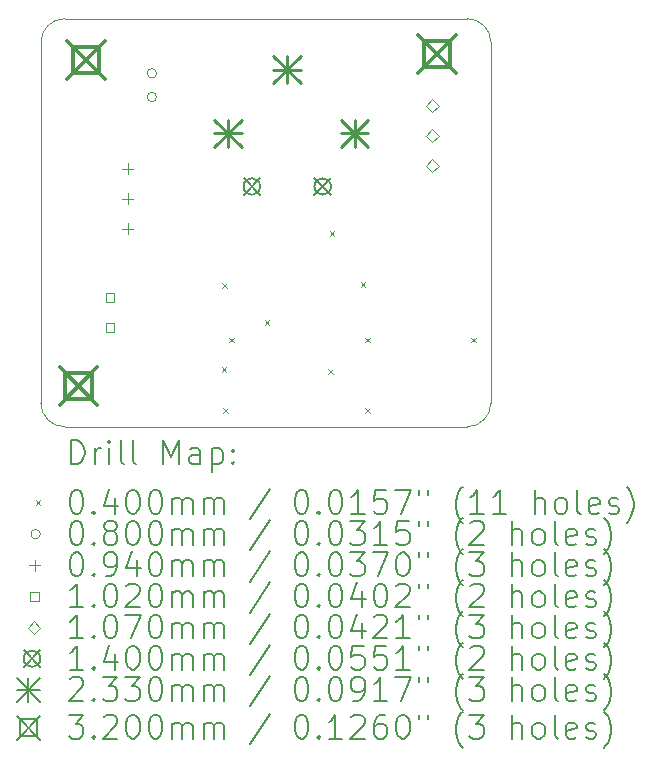
<source format=gbr>
%TF.GenerationSoftware,KiCad,Pcbnew,8.0.2*%
%TF.CreationDate,2024-09-30T17:15:15+02:00*%
%TF.ProjectId,AIR Controller,41495220-436f-46e7-9472-6f6c6c65722e,rev?*%
%TF.SameCoordinates,Original*%
%TF.FileFunction,Drillmap*%
%TF.FilePolarity,Positive*%
%FSLAX45Y45*%
G04 Gerber Fmt 4.5, Leading zero omitted, Abs format (unit mm)*
G04 Created by KiCad (PCBNEW 8.0.2) date 2024-09-30 17:15:15*
%MOMM*%
%LPD*%
G01*
G04 APERTURE LIST*
%ADD10C,0.100000*%
%ADD11C,0.200000*%
%ADD12C,0.102000*%
%ADD13C,0.107000*%
%ADD14C,0.140000*%
%ADD15C,0.233000*%
%ADD16C,0.320000*%
G04 APERTURE END LIST*
D10*
X14986000Y-8334400D02*
X14986000Y-5280000D01*
X18796000Y-8334400D02*
G75*
G02*
X18596000Y-8534400I-200000J0D01*
G01*
X14986000Y-5280000D02*
G75*
G02*
X15186000Y-5080000I200000J0D01*
G01*
X15186000Y-8534400D02*
G75*
G02*
X14986000Y-8334400I0J200000D01*
G01*
X18596000Y-8534400D02*
X15186000Y-8534400D01*
X18596000Y-5080000D02*
G75*
G02*
X18796000Y-5280000I0J-200000D01*
G01*
X15186000Y-5080000D02*
X18596000Y-5080000D01*
X18796000Y-5280000D02*
X18796000Y-8334400D01*
D11*
D10*
X16515400Y-8031800D02*
X16555400Y-8071800D01*
X16555400Y-8031800D02*
X16515400Y-8071800D01*
X16518900Y-7321400D02*
X16558900Y-7361400D01*
X16558900Y-7321400D02*
X16518900Y-7361400D01*
X16530000Y-8380000D02*
X16570000Y-8420000D01*
X16570000Y-8380000D02*
X16530000Y-8420000D01*
X16580000Y-7780000D02*
X16620000Y-7820000D01*
X16620000Y-7780000D02*
X16580000Y-7820000D01*
X16880000Y-7630000D02*
X16920000Y-7670000D01*
X16920000Y-7630000D02*
X16880000Y-7670000D01*
X17419640Y-8050280D02*
X17459640Y-8090280D01*
X17459640Y-8050280D02*
X17419640Y-8090280D01*
X17430000Y-6880000D02*
X17470000Y-6920000D01*
X17470000Y-6880000D02*
X17430000Y-6920000D01*
X17693965Y-7308990D02*
X17733965Y-7348990D01*
X17733965Y-7308990D02*
X17693965Y-7348990D01*
X17730000Y-7780000D02*
X17770000Y-7820000D01*
X17770000Y-7780000D02*
X17730000Y-7820000D01*
X17730000Y-8380000D02*
X17770000Y-8420000D01*
X17770000Y-8380000D02*
X17730000Y-8420000D01*
X18630000Y-7780000D02*
X18670000Y-7820000D01*
X18670000Y-7780000D02*
X18630000Y-7820000D01*
X15965800Y-5543289D02*
G75*
G02*
X15885800Y-5543289I-40000J0D01*
G01*
X15885800Y-5543289D02*
G75*
G02*
X15965800Y-5543289I40000J0D01*
G01*
X15965800Y-5743289D02*
G75*
G02*
X15885800Y-5743289I-40000J0D01*
G01*
X15885800Y-5743289D02*
G75*
G02*
X15965800Y-5743289I40000J0D01*
G01*
X15722600Y-6303000D02*
X15722600Y-6397000D01*
X15675600Y-6350000D02*
X15769600Y-6350000D01*
X15722600Y-6557000D02*
X15722600Y-6651000D01*
X15675600Y-6604000D02*
X15769600Y-6604000D01*
X15722600Y-6811000D02*
X15722600Y-6905000D01*
X15675600Y-6858000D02*
X15769600Y-6858000D01*
D12*
X15606263Y-7478263D02*
X15606263Y-7406137D01*
X15534137Y-7406137D01*
X15534137Y-7478263D01*
X15606263Y-7478263D01*
X15606263Y-7732263D02*
X15606263Y-7660137D01*
X15534137Y-7660137D01*
X15534137Y-7732263D01*
X15606263Y-7732263D01*
D13*
X18300000Y-5870100D02*
X18353500Y-5816600D01*
X18300000Y-5763100D01*
X18246500Y-5816600D01*
X18300000Y-5870100D01*
X18300000Y-6124100D02*
X18353500Y-6070600D01*
X18300000Y-6017100D01*
X18246500Y-6070600D01*
X18300000Y-6124100D01*
X18300000Y-6378100D02*
X18353500Y-6324600D01*
X18300000Y-6271100D01*
X18246500Y-6324600D01*
X18300000Y-6378100D01*
D14*
X16701950Y-6430650D02*
X16841950Y-6570650D01*
X16841950Y-6430650D02*
X16701950Y-6570650D01*
X16841950Y-6500650D02*
G75*
G02*
X16701950Y-6500650I-70000J0D01*
G01*
X16701950Y-6500650D02*
G75*
G02*
X16841950Y-6500650I70000J0D01*
G01*
X17301950Y-6430650D02*
X17441950Y-6570650D01*
X17441950Y-6430650D02*
X17301950Y-6570650D01*
X17441950Y-6500650D02*
G75*
G02*
X17301950Y-6500650I-70000J0D01*
G01*
X17301950Y-6500650D02*
G75*
G02*
X17441950Y-6500650I70000J0D01*
G01*
D15*
X16455450Y-5934150D02*
X16688450Y-6167150D01*
X16688450Y-5934150D02*
X16455450Y-6167150D01*
X16571950Y-5934150D02*
X16571950Y-6167150D01*
X16455450Y-6050650D02*
X16688450Y-6050650D01*
X16955450Y-5394150D02*
X17188450Y-5627150D01*
X17188450Y-5394150D02*
X16955450Y-5627150D01*
X17071950Y-5394150D02*
X17071950Y-5627150D01*
X16955450Y-5510650D02*
X17188450Y-5510650D01*
X17525450Y-5934150D02*
X17758450Y-6167150D01*
X17758450Y-5934150D02*
X17525450Y-6167150D01*
X17641950Y-5934150D02*
X17641950Y-6167150D01*
X17525450Y-6050650D02*
X17758450Y-6050650D01*
D16*
X15144700Y-8029240D02*
X15464700Y-8349240D01*
X15464700Y-8029240D02*
X15144700Y-8349240D01*
X15417838Y-8302378D02*
X15417838Y-8076102D01*
X15191562Y-8076102D01*
X15191562Y-8302378D01*
X15417838Y-8302378D01*
X15208200Y-5270800D02*
X15528200Y-5590800D01*
X15528200Y-5270800D02*
X15208200Y-5590800D01*
X15481338Y-5543938D02*
X15481338Y-5317662D01*
X15255062Y-5317662D01*
X15255062Y-5543938D01*
X15481338Y-5543938D01*
X18180000Y-5220000D02*
X18500000Y-5540000D01*
X18500000Y-5220000D02*
X18180000Y-5540000D01*
X18453138Y-5493138D02*
X18453138Y-5266862D01*
X18226862Y-5266862D01*
X18226862Y-5493138D01*
X18453138Y-5493138D01*
D11*
X15241777Y-8850884D02*
X15241777Y-8650884D01*
X15241777Y-8650884D02*
X15289396Y-8650884D01*
X15289396Y-8650884D02*
X15317967Y-8660408D01*
X15317967Y-8660408D02*
X15337015Y-8679455D01*
X15337015Y-8679455D02*
X15346539Y-8698503D01*
X15346539Y-8698503D02*
X15356062Y-8736598D01*
X15356062Y-8736598D02*
X15356062Y-8765170D01*
X15356062Y-8765170D02*
X15346539Y-8803265D01*
X15346539Y-8803265D02*
X15337015Y-8822312D01*
X15337015Y-8822312D02*
X15317967Y-8841360D01*
X15317967Y-8841360D02*
X15289396Y-8850884D01*
X15289396Y-8850884D02*
X15241777Y-8850884D01*
X15441777Y-8850884D02*
X15441777Y-8717550D01*
X15441777Y-8755646D02*
X15451301Y-8736598D01*
X15451301Y-8736598D02*
X15460824Y-8727074D01*
X15460824Y-8727074D02*
X15479872Y-8717550D01*
X15479872Y-8717550D02*
X15498920Y-8717550D01*
X15565586Y-8850884D02*
X15565586Y-8717550D01*
X15565586Y-8650884D02*
X15556062Y-8660408D01*
X15556062Y-8660408D02*
X15565586Y-8669931D01*
X15565586Y-8669931D02*
X15575110Y-8660408D01*
X15575110Y-8660408D02*
X15565586Y-8650884D01*
X15565586Y-8650884D02*
X15565586Y-8669931D01*
X15689396Y-8850884D02*
X15670348Y-8841360D01*
X15670348Y-8841360D02*
X15660824Y-8822312D01*
X15660824Y-8822312D02*
X15660824Y-8650884D01*
X15794158Y-8850884D02*
X15775110Y-8841360D01*
X15775110Y-8841360D02*
X15765586Y-8822312D01*
X15765586Y-8822312D02*
X15765586Y-8650884D01*
X16022729Y-8850884D02*
X16022729Y-8650884D01*
X16022729Y-8650884D02*
X16089396Y-8793741D01*
X16089396Y-8793741D02*
X16156062Y-8650884D01*
X16156062Y-8650884D02*
X16156062Y-8850884D01*
X16337015Y-8850884D02*
X16337015Y-8746122D01*
X16337015Y-8746122D02*
X16327491Y-8727074D01*
X16327491Y-8727074D02*
X16308443Y-8717550D01*
X16308443Y-8717550D02*
X16270348Y-8717550D01*
X16270348Y-8717550D02*
X16251301Y-8727074D01*
X16337015Y-8841360D02*
X16317967Y-8850884D01*
X16317967Y-8850884D02*
X16270348Y-8850884D01*
X16270348Y-8850884D02*
X16251301Y-8841360D01*
X16251301Y-8841360D02*
X16241777Y-8822312D01*
X16241777Y-8822312D02*
X16241777Y-8803265D01*
X16241777Y-8803265D02*
X16251301Y-8784217D01*
X16251301Y-8784217D02*
X16270348Y-8774693D01*
X16270348Y-8774693D02*
X16317967Y-8774693D01*
X16317967Y-8774693D02*
X16337015Y-8765170D01*
X16432253Y-8717550D02*
X16432253Y-8917550D01*
X16432253Y-8727074D02*
X16451301Y-8717550D01*
X16451301Y-8717550D02*
X16489396Y-8717550D01*
X16489396Y-8717550D02*
X16508443Y-8727074D01*
X16508443Y-8727074D02*
X16517967Y-8736598D01*
X16517967Y-8736598D02*
X16527491Y-8755646D01*
X16527491Y-8755646D02*
X16527491Y-8812789D01*
X16527491Y-8812789D02*
X16517967Y-8831836D01*
X16517967Y-8831836D02*
X16508443Y-8841360D01*
X16508443Y-8841360D02*
X16489396Y-8850884D01*
X16489396Y-8850884D02*
X16451301Y-8850884D01*
X16451301Y-8850884D02*
X16432253Y-8841360D01*
X16613205Y-8831836D02*
X16622729Y-8841360D01*
X16622729Y-8841360D02*
X16613205Y-8850884D01*
X16613205Y-8850884D02*
X16603682Y-8841360D01*
X16603682Y-8841360D02*
X16613205Y-8831836D01*
X16613205Y-8831836D02*
X16613205Y-8850884D01*
X16613205Y-8727074D02*
X16622729Y-8736598D01*
X16622729Y-8736598D02*
X16613205Y-8746122D01*
X16613205Y-8746122D02*
X16603682Y-8736598D01*
X16603682Y-8736598D02*
X16613205Y-8727074D01*
X16613205Y-8727074D02*
X16613205Y-8746122D01*
D10*
X14941000Y-9159400D02*
X14981000Y-9199400D01*
X14981000Y-9159400D02*
X14941000Y-9199400D01*
D11*
X15279872Y-9070884D02*
X15298920Y-9070884D01*
X15298920Y-9070884D02*
X15317967Y-9080408D01*
X15317967Y-9080408D02*
X15327491Y-9089931D01*
X15327491Y-9089931D02*
X15337015Y-9108979D01*
X15337015Y-9108979D02*
X15346539Y-9147074D01*
X15346539Y-9147074D02*
X15346539Y-9194693D01*
X15346539Y-9194693D02*
X15337015Y-9232789D01*
X15337015Y-9232789D02*
X15327491Y-9251836D01*
X15327491Y-9251836D02*
X15317967Y-9261360D01*
X15317967Y-9261360D02*
X15298920Y-9270884D01*
X15298920Y-9270884D02*
X15279872Y-9270884D01*
X15279872Y-9270884D02*
X15260824Y-9261360D01*
X15260824Y-9261360D02*
X15251301Y-9251836D01*
X15251301Y-9251836D02*
X15241777Y-9232789D01*
X15241777Y-9232789D02*
X15232253Y-9194693D01*
X15232253Y-9194693D02*
X15232253Y-9147074D01*
X15232253Y-9147074D02*
X15241777Y-9108979D01*
X15241777Y-9108979D02*
X15251301Y-9089931D01*
X15251301Y-9089931D02*
X15260824Y-9080408D01*
X15260824Y-9080408D02*
X15279872Y-9070884D01*
X15432253Y-9251836D02*
X15441777Y-9261360D01*
X15441777Y-9261360D02*
X15432253Y-9270884D01*
X15432253Y-9270884D02*
X15422729Y-9261360D01*
X15422729Y-9261360D02*
X15432253Y-9251836D01*
X15432253Y-9251836D02*
X15432253Y-9270884D01*
X15613205Y-9137550D02*
X15613205Y-9270884D01*
X15565586Y-9061360D02*
X15517967Y-9204217D01*
X15517967Y-9204217D02*
X15641777Y-9204217D01*
X15756062Y-9070884D02*
X15775110Y-9070884D01*
X15775110Y-9070884D02*
X15794158Y-9080408D01*
X15794158Y-9080408D02*
X15803682Y-9089931D01*
X15803682Y-9089931D02*
X15813205Y-9108979D01*
X15813205Y-9108979D02*
X15822729Y-9147074D01*
X15822729Y-9147074D02*
X15822729Y-9194693D01*
X15822729Y-9194693D02*
X15813205Y-9232789D01*
X15813205Y-9232789D02*
X15803682Y-9251836D01*
X15803682Y-9251836D02*
X15794158Y-9261360D01*
X15794158Y-9261360D02*
X15775110Y-9270884D01*
X15775110Y-9270884D02*
X15756062Y-9270884D01*
X15756062Y-9270884D02*
X15737015Y-9261360D01*
X15737015Y-9261360D02*
X15727491Y-9251836D01*
X15727491Y-9251836D02*
X15717967Y-9232789D01*
X15717967Y-9232789D02*
X15708443Y-9194693D01*
X15708443Y-9194693D02*
X15708443Y-9147074D01*
X15708443Y-9147074D02*
X15717967Y-9108979D01*
X15717967Y-9108979D02*
X15727491Y-9089931D01*
X15727491Y-9089931D02*
X15737015Y-9080408D01*
X15737015Y-9080408D02*
X15756062Y-9070884D01*
X15946539Y-9070884D02*
X15965586Y-9070884D01*
X15965586Y-9070884D02*
X15984634Y-9080408D01*
X15984634Y-9080408D02*
X15994158Y-9089931D01*
X15994158Y-9089931D02*
X16003682Y-9108979D01*
X16003682Y-9108979D02*
X16013205Y-9147074D01*
X16013205Y-9147074D02*
X16013205Y-9194693D01*
X16013205Y-9194693D02*
X16003682Y-9232789D01*
X16003682Y-9232789D02*
X15994158Y-9251836D01*
X15994158Y-9251836D02*
X15984634Y-9261360D01*
X15984634Y-9261360D02*
X15965586Y-9270884D01*
X15965586Y-9270884D02*
X15946539Y-9270884D01*
X15946539Y-9270884D02*
X15927491Y-9261360D01*
X15927491Y-9261360D02*
X15917967Y-9251836D01*
X15917967Y-9251836D02*
X15908443Y-9232789D01*
X15908443Y-9232789D02*
X15898920Y-9194693D01*
X15898920Y-9194693D02*
X15898920Y-9147074D01*
X15898920Y-9147074D02*
X15908443Y-9108979D01*
X15908443Y-9108979D02*
X15917967Y-9089931D01*
X15917967Y-9089931D02*
X15927491Y-9080408D01*
X15927491Y-9080408D02*
X15946539Y-9070884D01*
X16098920Y-9270884D02*
X16098920Y-9137550D01*
X16098920Y-9156598D02*
X16108443Y-9147074D01*
X16108443Y-9147074D02*
X16127491Y-9137550D01*
X16127491Y-9137550D02*
X16156063Y-9137550D01*
X16156063Y-9137550D02*
X16175110Y-9147074D01*
X16175110Y-9147074D02*
X16184634Y-9166122D01*
X16184634Y-9166122D02*
X16184634Y-9270884D01*
X16184634Y-9166122D02*
X16194158Y-9147074D01*
X16194158Y-9147074D02*
X16213205Y-9137550D01*
X16213205Y-9137550D02*
X16241777Y-9137550D01*
X16241777Y-9137550D02*
X16260824Y-9147074D01*
X16260824Y-9147074D02*
X16270348Y-9166122D01*
X16270348Y-9166122D02*
X16270348Y-9270884D01*
X16365586Y-9270884D02*
X16365586Y-9137550D01*
X16365586Y-9156598D02*
X16375110Y-9147074D01*
X16375110Y-9147074D02*
X16394158Y-9137550D01*
X16394158Y-9137550D02*
X16422729Y-9137550D01*
X16422729Y-9137550D02*
X16441777Y-9147074D01*
X16441777Y-9147074D02*
X16451301Y-9166122D01*
X16451301Y-9166122D02*
X16451301Y-9270884D01*
X16451301Y-9166122D02*
X16460824Y-9147074D01*
X16460824Y-9147074D02*
X16479872Y-9137550D01*
X16479872Y-9137550D02*
X16508443Y-9137550D01*
X16508443Y-9137550D02*
X16527491Y-9147074D01*
X16527491Y-9147074D02*
X16537015Y-9166122D01*
X16537015Y-9166122D02*
X16537015Y-9270884D01*
X16927491Y-9061360D02*
X16756063Y-9318503D01*
X17184634Y-9070884D02*
X17203682Y-9070884D01*
X17203682Y-9070884D02*
X17222729Y-9080408D01*
X17222729Y-9080408D02*
X17232253Y-9089931D01*
X17232253Y-9089931D02*
X17241777Y-9108979D01*
X17241777Y-9108979D02*
X17251301Y-9147074D01*
X17251301Y-9147074D02*
X17251301Y-9194693D01*
X17251301Y-9194693D02*
X17241777Y-9232789D01*
X17241777Y-9232789D02*
X17232253Y-9251836D01*
X17232253Y-9251836D02*
X17222729Y-9261360D01*
X17222729Y-9261360D02*
X17203682Y-9270884D01*
X17203682Y-9270884D02*
X17184634Y-9270884D01*
X17184634Y-9270884D02*
X17165587Y-9261360D01*
X17165587Y-9261360D02*
X17156063Y-9251836D01*
X17156063Y-9251836D02*
X17146539Y-9232789D01*
X17146539Y-9232789D02*
X17137015Y-9194693D01*
X17137015Y-9194693D02*
X17137015Y-9147074D01*
X17137015Y-9147074D02*
X17146539Y-9108979D01*
X17146539Y-9108979D02*
X17156063Y-9089931D01*
X17156063Y-9089931D02*
X17165587Y-9080408D01*
X17165587Y-9080408D02*
X17184634Y-9070884D01*
X17337015Y-9251836D02*
X17346539Y-9261360D01*
X17346539Y-9261360D02*
X17337015Y-9270884D01*
X17337015Y-9270884D02*
X17327491Y-9261360D01*
X17327491Y-9261360D02*
X17337015Y-9251836D01*
X17337015Y-9251836D02*
X17337015Y-9270884D01*
X17470348Y-9070884D02*
X17489396Y-9070884D01*
X17489396Y-9070884D02*
X17508444Y-9080408D01*
X17508444Y-9080408D02*
X17517968Y-9089931D01*
X17517968Y-9089931D02*
X17527491Y-9108979D01*
X17527491Y-9108979D02*
X17537015Y-9147074D01*
X17537015Y-9147074D02*
X17537015Y-9194693D01*
X17537015Y-9194693D02*
X17527491Y-9232789D01*
X17527491Y-9232789D02*
X17517968Y-9251836D01*
X17517968Y-9251836D02*
X17508444Y-9261360D01*
X17508444Y-9261360D02*
X17489396Y-9270884D01*
X17489396Y-9270884D02*
X17470348Y-9270884D01*
X17470348Y-9270884D02*
X17451301Y-9261360D01*
X17451301Y-9261360D02*
X17441777Y-9251836D01*
X17441777Y-9251836D02*
X17432253Y-9232789D01*
X17432253Y-9232789D02*
X17422729Y-9194693D01*
X17422729Y-9194693D02*
X17422729Y-9147074D01*
X17422729Y-9147074D02*
X17432253Y-9108979D01*
X17432253Y-9108979D02*
X17441777Y-9089931D01*
X17441777Y-9089931D02*
X17451301Y-9080408D01*
X17451301Y-9080408D02*
X17470348Y-9070884D01*
X17727491Y-9270884D02*
X17613206Y-9270884D01*
X17670348Y-9270884D02*
X17670348Y-9070884D01*
X17670348Y-9070884D02*
X17651301Y-9099455D01*
X17651301Y-9099455D02*
X17632253Y-9118503D01*
X17632253Y-9118503D02*
X17613206Y-9128027D01*
X17908444Y-9070884D02*
X17813206Y-9070884D01*
X17813206Y-9070884D02*
X17803682Y-9166122D01*
X17803682Y-9166122D02*
X17813206Y-9156598D01*
X17813206Y-9156598D02*
X17832253Y-9147074D01*
X17832253Y-9147074D02*
X17879872Y-9147074D01*
X17879872Y-9147074D02*
X17898920Y-9156598D01*
X17898920Y-9156598D02*
X17908444Y-9166122D01*
X17908444Y-9166122D02*
X17917968Y-9185170D01*
X17917968Y-9185170D02*
X17917968Y-9232789D01*
X17917968Y-9232789D02*
X17908444Y-9251836D01*
X17908444Y-9251836D02*
X17898920Y-9261360D01*
X17898920Y-9261360D02*
X17879872Y-9270884D01*
X17879872Y-9270884D02*
X17832253Y-9270884D01*
X17832253Y-9270884D02*
X17813206Y-9261360D01*
X17813206Y-9261360D02*
X17803682Y-9251836D01*
X17984634Y-9070884D02*
X18117968Y-9070884D01*
X18117968Y-9070884D02*
X18032253Y-9270884D01*
X18184634Y-9070884D02*
X18184634Y-9108979D01*
X18260825Y-9070884D02*
X18260825Y-9108979D01*
X18556063Y-9347074D02*
X18546539Y-9337550D01*
X18546539Y-9337550D02*
X18527491Y-9308979D01*
X18527491Y-9308979D02*
X18517968Y-9289931D01*
X18517968Y-9289931D02*
X18508444Y-9261360D01*
X18508444Y-9261360D02*
X18498920Y-9213741D01*
X18498920Y-9213741D02*
X18498920Y-9175646D01*
X18498920Y-9175646D02*
X18508444Y-9128027D01*
X18508444Y-9128027D02*
X18517968Y-9099455D01*
X18517968Y-9099455D02*
X18527491Y-9080408D01*
X18527491Y-9080408D02*
X18546539Y-9051836D01*
X18546539Y-9051836D02*
X18556063Y-9042312D01*
X18737015Y-9270884D02*
X18622730Y-9270884D01*
X18679872Y-9270884D02*
X18679872Y-9070884D01*
X18679872Y-9070884D02*
X18660825Y-9099455D01*
X18660825Y-9099455D02*
X18641777Y-9118503D01*
X18641777Y-9118503D02*
X18622730Y-9128027D01*
X18927491Y-9270884D02*
X18813206Y-9270884D01*
X18870349Y-9270884D02*
X18870349Y-9070884D01*
X18870349Y-9070884D02*
X18851301Y-9099455D01*
X18851301Y-9099455D02*
X18832253Y-9118503D01*
X18832253Y-9118503D02*
X18813206Y-9128027D01*
X19165587Y-9270884D02*
X19165587Y-9070884D01*
X19251301Y-9270884D02*
X19251301Y-9166122D01*
X19251301Y-9166122D02*
X19241777Y-9147074D01*
X19241777Y-9147074D02*
X19222730Y-9137550D01*
X19222730Y-9137550D02*
X19194158Y-9137550D01*
X19194158Y-9137550D02*
X19175111Y-9147074D01*
X19175111Y-9147074D02*
X19165587Y-9156598D01*
X19375111Y-9270884D02*
X19356063Y-9261360D01*
X19356063Y-9261360D02*
X19346539Y-9251836D01*
X19346539Y-9251836D02*
X19337015Y-9232789D01*
X19337015Y-9232789D02*
X19337015Y-9175646D01*
X19337015Y-9175646D02*
X19346539Y-9156598D01*
X19346539Y-9156598D02*
X19356063Y-9147074D01*
X19356063Y-9147074D02*
X19375111Y-9137550D01*
X19375111Y-9137550D02*
X19403682Y-9137550D01*
X19403682Y-9137550D02*
X19422730Y-9147074D01*
X19422730Y-9147074D02*
X19432253Y-9156598D01*
X19432253Y-9156598D02*
X19441777Y-9175646D01*
X19441777Y-9175646D02*
X19441777Y-9232789D01*
X19441777Y-9232789D02*
X19432253Y-9251836D01*
X19432253Y-9251836D02*
X19422730Y-9261360D01*
X19422730Y-9261360D02*
X19403682Y-9270884D01*
X19403682Y-9270884D02*
X19375111Y-9270884D01*
X19556063Y-9270884D02*
X19537015Y-9261360D01*
X19537015Y-9261360D02*
X19527492Y-9242312D01*
X19527492Y-9242312D02*
X19527492Y-9070884D01*
X19708444Y-9261360D02*
X19689396Y-9270884D01*
X19689396Y-9270884D02*
X19651301Y-9270884D01*
X19651301Y-9270884D02*
X19632253Y-9261360D01*
X19632253Y-9261360D02*
X19622730Y-9242312D01*
X19622730Y-9242312D02*
X19622730Y-9166122D01*
X19622730Y-9166122D02*
X19632253Y-9147074D01*
X19632253Y-9147074D02*
X19651301Y-9137550D01*
X19651301Y-9137550D02*
X19689396Y-9137550D01*
X19689396Y-9137550D02*
X19708444Y-9147074D01*
X19708444Y-9147074D02*
X19717968Y-9166122D01*
X19717968Y-9166122D02*
X19717968Y-9185170D01*
X19717968Y-9185170D02*
X19622730Y-9204217D01*
X19794158Y-9261360D02*
X19813206Y-9270884D01*
X19813206Y-9270884D02*
X19851301Y-9270884D01*
X19851301Y-9270884D02*
X19870349Y-9261360D01*
X19870349Y-9261360D02*
X19879873Y-9242312D01*
X19879873Y-9242312D02*
X19879873Y-9232789D01*
X19879873Y-9232789D02*
X19870349Y-9213741D01*
X19870349Y-9213741D02*
X19851301Y-9204217D01*
X19851301Y-9204217D02*
X19822730Y-9204217D01*
X19822730Y-9204217D02*
X19803682Y-9194693D01*
X19803682Y-9194693D02*
X19794158Y-9175646D01*
X19794158Y-9175646D02*
X19794158Y-9166122D01*
X19794158Y-9166122D02*
X19803682Y-9147074D01*
X19803682Y-9147074D02*
X19822730Y-9137550D01*
X19822730Y-9137550D02*
X19851301Y-9137550D01*
X19851301Y-9137550D02*
X19870349Y-9147074D01*
X19946539Y-9347074D02*
X19956063Y-9337550D01*
X19956063Y-9337550D02*
X19975111Y-9308979D01*
X19975111Y-9308979D02*
X19984634Y-9289931D01*
X19984634Y-9289931D02*
X19994158Y-9261360D01*
X19994158Y-9261360D02*
X20003682Y-9213741D01*
X20003682Y-9213741D02*
X20003682Y-9175646D01*
X20003682Y-9175646D02*
X19994158Y-9128027D01*
X19994158Y-9128027D02*
X19984634Y-9099455D01*
X19984634Y-9099455D02*
X19975111Y-9080408D01*
X19975111Y-9080408D02*
X19956063Y-9051836D01*
X19956063Y-9051836D02*
X19946539Y-9042312D01*
D10*
X14981000Y-9443400D02*
G75*
G02*
X14901000Y-9443400I-40000J0D01*
G01*
X14901000Y-9443400D02*
G75*
G02*
X14981000Y-9443400I40000J0D01*
G01*
D11*
X15279872Y-9334884D02*
X15298920Y-9334884D01*
X15298920Y-9334884D02*
X15317967Y-9344408D01*
X15317967Y-9344408D02*
X15327491Y-9353931D01*
X15327491Y-9353931D02*
X15337015Y-9372979D01*
X15337015Y-9372979D02*
X15346539Y-9411074D01*
X15346539Y-9411074D02*
X15346539Y-9458693D01*
X15346539Y-9458693D02*
X15337015Y-9496789D01*
X15337015Y-9496789D02*
X15327491Y-9515836D01*
X15327491Y-9515836D02*
X15317967Y-9525360D01*
X15317967Y-9525360D02*
X15298920Y-9534884D01*
X15298920Y-9534884D02*
X15279872Y-9534884D01*
X15279872Y-9534884D02*
X15260824Y-9525360D01*
X15260824Y-9525360D02*
X15251301Y-9515836D01*
X15251301Y-9515836D02*
X15241777Y-9496789D01*
X15241777Y-9496789D02*
X15232253Y-9458693D01*
X15232253Y-9458693D02*
X15232253Y-9411074D01*
X15232253Y-9411074D02*
X15241777Y-9372979D01*
X15241777Y-9372979D02*
X15251301Y-9353931D01*
X15251301Y-9353931D02*
X15260824Y-9344408D01*
X15260824Y-9344408D02*
X15279872Y-9334884D01*
X15432253Y-9515836D02*
X15441777Y-9525360D01*
X15441777Y-9525360D02*
X15432253Y-9534884D01*
X15432253Y-9534884D02*
X15422729Y-9525360D01*
X15422729Y-9525360D02*
X15432253Y-9515836D01*
X15432253Y-9515836D02*
X15432253Y-9534884D01*
X15556062Y-9420598D02*
X15537015Y-9411074D01*
X15537015Y-9411074D02*
X15527491Y-9401550D01*
X15527491Y-9401550D02*
X15517967Y-9382503D01*
X15517967Y-9382503D02*
X15517967Y-9372979D01*
X15517967Y-9372979D02*
X15527491Y-9353931D01*
X15527491Y-9353931D02*
X15537015Y-9344408D01*
X15537015Y-9344408D02*
X15556062Y-9334884D01*
X15556062Y-9334884D02*
X15594158Y-9334884D01*
X15594158Y-9334884D02*
X15613205Y-9344408D01*
X15613205Y-9344408D02*
X15622729Y-9353931D01*
X15622729Y-9353931D02*
X15632253Y-9372979D01*
X15632253Y-9372979D02*
X15632253Y-9382503D01*
X15632253Y-9382503D02*
X15622729Y-9401550D01*
X15622729Y-9401550D02*
X15613205Y-9411074D01*
X15613205Y-9411074D02*
X15594158Y-9420598D01*
X15594158Y-9420598D02*
X15556062Y-9420598D01*
X15556062Y-9420598D02*
X15537015Y-9430122D01*
X15537015Y-9430122D02*
X15527491Y-9439646D01*
X15527491Y-9439646D02*
X15517967Y-9458693D01*
X15517967Y-9458693D02*
X15517967Y-9496789D01*
X15517967Y-9496789D02*
X15527491Y-9515836D01*
X15527491Y-9515836D02*
X15537015Y-9525360D01*
X15537015Y-9525360D02*
X15556062Y-9534884D01*
X15556062Y-9534884D02*
X15594158Y-9534884D01*
X15594158Y-9534884D02*
X15613205Y-9525360D01*
X15613205Y-9525360D02*
X15622729Y-9515836D01*
X15622729Y-9515836D02*
X15632253Y-9496789D01*
X15632253Y-9496789D02*
X15632253Y-9458693D01*
X15632253Y-9458693D02*
X15622729Y-9439646D01*
X15622729Y-9439646D02*
X15613205Y-9430122D01*
X15613205Y-9430122D02*
X15594158Y-9420598D01*
X15756062Y-9334884D02*
X15775110Y-9334884D01*
X15775110Y-9334884D02*
X15794158Y-9344408D01*
X15794158Y-9344408D02*
X15803682Y-9353931D01*
X15803682Y-9353931D02*
X15813205Y-9372979D01*
X15813205Y-9372979D02*
X15822729Y-9411074D01*
X15822729Y-9411074D02*
X15822729Y-9458693D01*
X15822729Y-9458693D02*
X15813205Y-9496789D01*
X15813205Y-9496789D02*
X15803682Y-9515836D01*
X15803682Y-9515836D02*
X15794158Y-9525360D01*
X15794158Y-9525360D02*
X15775110Y-9534884D01*
X15775110Y-9534884D02*
X15756062Y-9534884D01*
X15756062Y-9534884D02*
X15737015Y-9525360D01*
X15737015Y-9525360D02*
X15727491Y-9515836D01*
X15727491Y-9515836D02*
X15717967Y-9496789D01*
X15717967Y-9496789D02*
X15708443Y-9458693D01*
X15708443Y-9458693D02*
X15708443Y-9411074D01*
X15708443Y-9411074D02*
X15717967Y-9372979D01*
X15717967Y-9372979D02*
X15727491Y-9353931D01*
X15727491Y-9353931D02*
X15737015Y-9344408D01*
X15737015Y-9344408D02*
X15756062Y-9334884D01*
X15946539Y-9334884D02*
X15965586Y-9334884D01*
X15965586Y-9334884D02*
X15984634Y-9344408D01*
X15984634Y-9344408D02*
X15994158Y-9353931D01*
X15994158Y-9353931D02*
X16003682Y-9372979D01*
X16003682Y-9372979D02*
X16013205Y-9411074D01*
X16013205Y-9411074D02*
X16013205Y-9458693D01*
X16013205Y-9458693D02*
X16003682Y-9496789D01*
X16003682Y-9496789D02*
X15994158Y-9515836D01*
X15994158Y-9515836D02*
X15984634Y-9525360D01*
X15984634Y-9525360D02*
X15965586Y-9534884D01*
X15965586Y-9534884D02*
X15946539Y-9534884D01*
X15946539Y-9534884D02*
X15927491Y-9525360D01*
X15927491Y-9525360D02*
X15917967Y-9515836D01*
X15917967Y-9515836D02*
X15908443Y-9496789D01*
X15908443Y-9496789D02*
X15898920Y-9458693D01*
X15898920Y-9458693D02*
X15898920Y-9411074D01*
X15898920Y-9411074D02*
X15908443Y-9372979D01*
X15908443Y-9372979D02*
X15917967Y-9353931D01*
X15917967Y-9353931D02*
X15927491Y-9344408D01*
X15927491Y-9344408D02*
X15946539Y-9334884D01*
X16098920Y-9534884D02*
X16098920Y-9401550D01*
X16098920Y-9420598D02*
X16108443Y-9411074D01*
X16108443Y-9411074D02*
X16127491Y-9401550D01*
X16127491Y-9401550D02*
X16156063Y-9401550D01*
X16156063Y-9401550D02*
X16175110Y-9411074D01*
X16175110Y-9411074D02*
X16184634Y-9430122D01*
X16184634Y-9430122D02*
X16184634Y-9534884D01*
X16184634Y-9430122D02*
X16194158Y-9411074D01*
X16194158Y-9411074D02*
X16213205Y-9401550D01*
X16213205Y-9401550D02*
X16241777Y-9401550D01*
X16241777Y-9401550D02*
X16260824Y-9411074D01*
X16260824Y-9411074D02*
X16270348Y-9430122D01*
X16270348Y-9430122D02*
X16270348Y-9534884D01*
X16365586Y-9534884D02*
X16365586Y-9401550D01*
X16365586Y-9420598D02*
X16375110Y-9411074D01*
X16375110Y-9411074D02*
X16394158Y-9401550D01*
X16394158Y-9401550D02*
X16422729Y-9401550D01*
X16422729Y-9401550D02*
X16441777Y-9411074D01*
X16441777Y-9411074D02*
X16451301Y-9430122D01*
X16451301Y-9430122D02*
X16451301Y-9534884D01*
X16451301Y-9430122D02*
X16460824Y-9411074D01*
X16460824Y-9411074D02*
X16479872Y-9401550D01*
X16479872Y-9401550D02*
X16508443Y-9401550D01*
X16508443Y-9401550D02*
X16527491Y-9411074D01*
X16527491Y-9411074D02*
X16537015Y-9430122D01*
X16537015Y-9430122D02*
X16537015Y-9534884D01*
X16927491Y-9325360D02*
X16756063Y-9582503D01*
X17184634Y-9334884D02*
X17203682Y-9334884D01*
X17203682Y-9334884D02*
X17222729Y-9344408D01*
X17222729Y-9344408D02*
X17232253Y-9353931D01*
X17232253Y-9353931D02*
X17241777Y-9372979D01*
X17241777Y-9372979D02*
X17251301Y-9411074D01*
X17251301Y-9411074D02*
X17251301Y-9458693D01*
X17251301Y-9458693D02*
X17241777Y-9496789D01*
X17241777Y-9496789D02*
X17232253Y-9515836D01*
X17232253Y-9515836D02*
X17222729Y-9525360D01*
X17222729Y-9525360D02*
X17203682Y-9534884D01*
X17203682Y-9534884D02*
X17184634Y-9534884D01*
X17184634Y-9534884D02*
X17165587Y-9525360D01*
X17165587Y-9525360D02*
X17156063Y-9515836D01*
X17156063Y-9515836D02*
X17146539Y-9496789D01*
X17146539Y-9496789D02*
X17137015Y-9458693D01*
X17137015Y-9458693D02*
X17137015Y-9411074D01*
X17137015Y-9411074D02*
X17146539Y-9372979D01*
X17146539Y-9372979D02*
X17156063Y-9353931D01*
X17156063Y-9353931D02*
X17165587Y-9344408D01*
X17165587Y-9344408D02*
X17184634Y-9334884D01*
X17337015Y-9515836D02*
X17346539Y-9525360D01*
X17346539Y-9525360D02*
X17337015Y-9534884D01*
X17337015Y-9534884D02*
X17327491Y-9525360D01*
X17327491Y-9525360D02*
X17337015Y-9515836D01*
X17337015Y-9515836D02*
X17337015Y-9534884D01*
X17470348Y-9334884D02*
X17489396Y-9334884D01*
X17489396Y-9334884D02*
X17508444Y-9344408D01*
X17508444Y-9344408D02*
X17517968Y-9353931D01*
X17517968Y-9353931D02*
X17527491Y-9372979D01*
X17527491Y-9372979D02*
X17537015Y-9411074D01*
X17537015Y-9411074D02*
X17537015Y-9458693D01*
X17537015Y-9458693D02*
X17527491Y-9496789D01*
X17527491Y-9496789D02*
X17517968Y-9515836D01*
X17517968Y-9515836D02*
X17508444Y-9525360D01*
X17508444Y-9525360D02*
X17489396Y-9534884D01*
X17489396Y-9534884D02*
X17470348Y-9534884D01*
X17470348Y-9534884D02*
X17451301Y-9525360D01*
X17451301Y-9525360D02*
X17441777Y-9515836D01*
X17441777Y-9515836D02*
X17432253Y-9496789D01*
X17432253Y-9496789D02*
X17422729Y-9458693D01*
X17422729Y-9458693D02*
X17422729Y-9411074D01*
X17422729Y-9411074D02*
X17432253Y-9372979D01*
X17432253Y-9372979D02*
X17441777Y-9353931D01*
X17441777Y-9353931D02*
X17451301Y-9344408D01*
X17451301Y-9344408D02*
X17470348Y-9334884D01*
X17603682Y-9334884D02*
X17727491Y-9334884D01*
X17727491Y-9334884D02*
X17660825Y-9411074D01*
X17660825Y-9411074D02*
X17689396Y-9411074D01*
X17689396Y-9411074D02*
X17708444Y-9420598D01*
X17708444Y-9420598D02*
X17717968Y-9430122D01*
X17717968Y-9430122D02*
X17727491Y-9449170D01*
X17727491Y-9449170D02*
X17727491Y-9496789D01*
X17727491Y-9496789D02*
X17717968Y-9515836D01*
X17717968Y-9515836D02*
X17708444Y-9525360D01*
X17708444Y-9525360D02*
X17689396Y-9534884D01*
X17689396Y-9534884D02*
X17632253Y-9534884D01*
X17632253Y-9534884D02*
X17613206Y-9525360D01*
X17613206Y-9525360D02*
X17603682Y-9515836D01*
X17917968Y-9534884D02*
X17803682Y-9534884D01*
X17860825Y-9534884D02*
X17860825Y-9334884D01*
X17860825Y-9334884D02*
X17841777Y-9363455D01*
X17841777Y-9363455D02*
X17822729Y-9382503D01*
X17822729Y-9382503D02*
X17803682Y-9392027D01*
X18098920Y-9334884D02*
X18003682Y-9334884D01*
X18003682Y-9334884D02*
X17994158Y-9430122D01*
X17994158Y-9430122D02*
X18003682Y-9420598D01*
X18003682Y-9420598D02*
X18022729Y-9411074D01*
X18022729Y-9411074D02*
X18070349Y-9411074D01*
X18070349Y-9411074D02*
X18089396Y-9420598D01*
X18089396Y-9420598D02*
X18098920Y-9430122D01*
X18098920Y-9430122D02*
X18108444Y-9449170D01*
X18108444Y-9449170D02*
X18108444Y-9496789D01*
X18108444Y-9496789D02*
X18098920Y-9515836D01*
X18098920Y-9515836D02*
X18089396Y-9525360D01*
X18089396Y-9525360D02*
X18070349Y-9534884D01*
X18070349Y-9534884D02*
X18022729Y-9534884D01*
X18022729Y-9534884D02*
X18003682Y-9525360D01*
X18003682Y-9525360D02*
X17994158Y-9515836D01*
X18184634Y-9334884D02*
X18184634Y-9372979D01*
X18260825Y-9334884D02*
X18260825Y-9372979D01*
X18556063Y-9611074D02*
X18546539Y-9601550D01*
X18546539Y-9601550D02*
X18527491Y-9572979D01*
X18527491Y-9572979D02*
X18517968Y-9553931D01*
X18517968Y-9553931D02*
X18508444Y-9525360D01*
X18508444Y-9525360D02*
X18498920Y-9477741D01*
X18498920Y-9477741D02*
X18498920Y-9439646D01*
X18498920Y-9439646D02*
X18508444Y-9392027D01*
X18508444Y-9392027D02*
X18517968Y-9363455D01*
X18517968Y-9363455D02*
X18527491Y-9344408D01*
X18527491Y-9344408D02*
X18546539Y-9315836D01*
X18546539Y-9315836D02*
X18556063Y-9306312D01*
X18622730Y-9353931D02*
X18632253Y-9344408D01*
X18632253Y-9344408D02*
X18651301Y-9334884D01*
X18651301Y-9334884D02*
X18698920Y-9334884D01*
X18698920Y-9334884D02*
X18717968Y-9344408D01*
X18717968Y-9344408D02*
X18727491Y-9353931D01*
X18727491Y-9353931D02*
X18737015Y-9372979D01*
X18737015Y-9372979D02*
X18737015Y-9392027D01*
X18737015Y-9392027D02*
X18727491Y-9420598D01*
X18727491Y-9420598D02*
X18613206Y-9534884D01*
X18613206Y-9534884D02*
X18737015Y-9534884D01*
X18975111Y-9534884D02*
X18975111Y-9334884D01*
X19060825Y-9534884D02*
X19060825Y-9430122D01*
X19060825Y-9430122D02*
X19051301Y-9411074D01*
X19051301Y-9411074D02*
X19032253Y-9401550D01*
X19032253Y-9401550D02*
X19003682Y-9401550D01*
X19003682Y-9401550D02*
X18984634Y-9411074D01*
X18984634Y-9411074D02*
X18975111Y-9420598D01*
X19184634Y-9534884D02*
X19165587Y-9525360D01*
X19165587Y-9525360D02*
X19156063Y-9515836D01*
X19156063Y-9515836D02*
X19146539Y-9496789D01*
X19146539Y-9496789D02*
X19146539Y-9439646D01*
X19146539Y-9439646D02*
X19156063Y-9420598D01*
X19156063Y-9420598D02*
X19165587Y-9411074D01*
X19165587Y-9411074D02*
X19184634Y-9401550D01*
X19184634Y-9401550D02*
X19213206Y-9401550D01*
X19213206Y-9401550D02*
X19232253Y-9411074D01*
X19232253Y-9411074D02*
X19241777Y-9420598D01*
X19241777Y-9420598D02*
X19251301Y-9439646D01*
X19251301Y-9439646D02*
X19251301Y-9496789D01*
X19251301Y-9496789D02*
X19241777Y-9515836D01*
X19241777Y-9515836D02*
X19232253Y-9525360D01*
X19232253Y-9525360D02*
X19213206Y-9534884D01*
X19213206Y-9534884D02*
X19184634Y-9534884D01*
X19365587Y-9534884D02*
X19346539Y-9525360D01*
X19346539Y-9525360D02*
X19337015Y-9506312D01*
X19337015Y-9506312D02*
X19337015Y-9334884D01*
X19517968Y-9525360D02*
X19498920Y-9534884D01*
X19498920Y-9534884D02*
X19460825Y-9534884D01*
X19460825Y-9534884D02*
X19441777Y-9525360D01*
X19441777Y-9525360D02*
X19432253Y-9506312D01*
X19432253Y-9506312D02*
X19432253Y-9430122D01*
X19432253Y-9430122D02*
X19441777Y-9411074D01*
X19441777Y-9411074D02*
X19460825Y-9401550D01*
X19460825Y-9401550D02*
X19498920Y-9401550D01*
X19498920Y-9401550D02*
X19517968Y-9411074D01*
X19517968Y-9411074D02*
X19527492Y-9430122D01*
X19527492Y-9430122D02*
X19527492Y-9449170D01*
X19527492Y-9449170D02*
X19432253Y-9468217D01*
X19603682Y-9525360D02*
X19622730Y-9534884D01*
X19622730Y-9534884D02*
X19660825Y-9534884D01*
X19660825Y-9534884D02*
X19679873Y-9525360D01*
X19679873Y-9525360D02*
X19689396Y-9506312D01*
X19689396Y-9506312D02*
X19689396Y-9496789D01*
X19689396Y-9496789D02*
X19679873Y-9477741D01*
X19679873Y-9477741D02*
X19660825Y-9468217D01*
X19660825Y-9468217D02*
X19632253Y-9468217D01*
X19632253Y-9468217D02*
X19613206Y-9458693D01*
X19613206Y-9458693D02*
X19603682Y-9439646D01*
X19603682Y-9439646D02*
X19603682Y-9430122D01*
X19603682Y-9430122D02*
X19613206Y-9411074D01*
X19613206Y-9411074D02*
X19632253Y-9401550D01*
X19632253Y-9401550D02*
X19660825Y-9401550D01*
X19660825Y-9401550D02*
X19679873Y-9411074D01*
X19756063Y-9611074D02*
X19765587Y-9601550D01*
X19765587Y-9601550D02*
X19784634Y-9572979D01*
X19784634Y-9572979D02*
X19794158Y-9553931D01*
X19794158Y-9553931D02*
X19803682Y-9525360D01*
X19803682Y-9525360D02*
X19813206Y-9477741D01*
X19813206Y-9477741D02*
X19813206Y-9439646D01*
X19813206Y-9439646D02*
X19803682Y-9392027D01*
X19803682Y-9392027D02*
X19794158Y-9363455D01*
X19794158Y-9363455D02*
X19784634Y-9344408D01*
X19784634Y-9344408D02*
X19765587Y-9315836D01*
X19765587Y-9315836D02*
X19756063Y-9306312D01*
D10*
X14934000Y-9660400D02*
X14934000Y-9754400D01*
X14887000Y-9707400D02*
X14981000Y-9707400D01*
D11*
X15279872Y-9598884D02*
X15298920Y-9598884D01*
X15298920Y-9598884D02*
X15317967Y-9608408D01*
X15317967Y-9608408D02*
X15327491Y-9617931D01*
X15327491Y-9617931D02*
X15337015Y-9636979D01*
X15337015Y-9636979D02*
X15346539Y-9675074D01*
X15346539Y-9675074D02*
X15346539Y-9722693D01*
X15346539Y-9722693D02*
X15337015Y-9760789D01*
X15337015Y-9760789D02*
X15327491Y-9779836D01*
X15327491Y-9779836D02*
X15317967Y-9789360D01*
X15317967Y-9789360D02*
X15298920Y-9798884D01*
X15298920Y-9798884D02*
X15279872Y-9798884D01*
X15279872Y-9798884D02*
X15260824Y-9789360D01*
X15260824Y-9789360D02*
X15251301Y-9779836D01*
X15251301Y-9779836D02*
X15241777Y-9760789D01*
X15241777Y-9760789D02*
X15232253Y-9722693D01*
X15232253Y-9722693D02*
X15232253Y-9675074D01*
X15232253Y-9675074D02*
X15241777Y-9636979D01*
X15241777Y-9636979D02*
X15251301Y-9617931D01*
X15251301Y-9617931D02*
X15260824Y-9608408D01*
X15260824Y-9608408D02*
X15279872Y-9598884D01*
X15432253Y-9779836D02*
X15441777Y-9789360D01*
X15441777Y-9789360D02*
X15432253Y-9798884D01*
X15432253Y-9798884D02*
X15422729Y-9789360D01*
X15422729Y-9789360D02*
X15432253Y-9779836D01*
X15432253Y-9779836D02*
X15432253Y-9798884D01*
X15537015Y-9798884D02*
X15575110Y-9798884D01*
X15575110Y-9798884D02*
X15594158Y-9789360D01*
X15594158Y-9789360D02*
X15603682Y-9779836D01*
X15603682Y-9779836D02*
X15622729Y-9751265D01*
X15622729Y-9751265D02*
X15632253Y-9713170D01*
X15632253Y-9713170D02*
X15632253Y-9636979D01*
X15632253Y-9636979D02*
X15622729Y-9617931D01*
X15622729Y-9617931D02*
X15613205Y-9608408D01*
X15613205Y-9608408D02*
X15594158Y-9598884D01*
X15594158Y-9598884D02*
X15556062Y-9598884D01*
X15556062Y-9598884D02*
X15537015Y-9608408D01*
X15537015Y-9608408D02*
X15527491Y-9617931D01*
X15527491Y-9617931D02*
X15517967Y-9636979D01*
X15517967Y-9636979D02*
X15517967Y-9684598D01*
X15517967Y-9684598D02*
X15527491Y-9703646D01*
X15527491Y-9703646D02*
X15537015Y-9713170D01*
X15537015Y-9713170D02*
X15556062Y-9722693D01*
X15556062Y-9722693D02*
X15594158Y-9722693D01*
X15594158Y-9722693D02*
X15613205Y-9713170D01*
X15613205Y-9713170D02*
X15622729Y-9703646D01*
X15622729Y-9703646D02*
X15632253Y-9684598D01*
X15803682Y-9665550D02*
X15803682Y-9798884D01*
X15756062Y-9589360D02*
X15708443Y-9732217D01*
X15708443Y-9732217D02*
X15832253Y-9732217D01*
X15946539Y-9598884D02*
X15965586Y-9598884D01*
X15965586Y-9598884D02*
X15984634Y-9608408D01*
X15984634Y-9608408D02*
X15994158Y-9617931D01*
X15994158Y-9617931D02*
X16003682Y-9636979D01*
X16003682Y-9636979D02*
X16013205Y-9675074D01*
X16013205Y-9675074D02*
X16013205Y-9722693D01*
X16013205Y-9722693D02*
X16003682Y-9760789D01*
X16003682Y-9760789D02*
X15994158Y-9779836D01*
X15994158Y-9779836D02*
X15984634Y-9789360D01*
X15984634Y-9789360D02*
X15965586Y-9798884D01*
X15965586Y-9798884D02*
X15946539Y-9798884D01*
X15946539Y-9798884D02*
X15927491Y-9789360D01*
X15927491Y-9789360D02*
X15917967Y-9779836D01*
X15917967Y-9779836D02*
X15908443Y-9760789D01*
X15908443Y-9760789D02*
X15898920Y-9722693D01*
X15898920Y-9722693D02*
X15898920Y-9675074D01*
X15898920Y-9675074D02*
X15908443Y-9636979D01*
X15908443Y-9636979D02*
X15917967Y-9617931D01*
X15917967Y-9617931D02*
X15927491Y-9608408D01*
X15927491Y-9608408D02*
X15946539Y-9598884D01*
X16098920Y-9798884D02*
X16098920Y-9665550D01*
X16098920Y-9684598D02*
X16108443Y-9675074D01*
X16108443Y-9675074D02*
X16127491Y-9665550D01*
X16127491Y-9665550D02*
X16156063Y-9665550D01*
X16156063Y-9665550D02*
X16175110Y-9675074D01*
X16175110Y-9675074D02*
X16184634Y-9694122D01*
X16184634Y-9694122D02*
X16184634Y-9798884D01*
X16184634Y-9694122D02*
X16194158Y-9675074D01*
X16194158Y-9675074D02*
X16213205Y-9665550D01*
X16213205Y-9665550D02*
X16241777Y-9665550D01*
X16241777Y-9665550D02*
X16260824Y-9675074D01*
X16260824Y-9675074D02*
X16270348Y-9694122D01*
X16270348Y-9694122D02*
X16270348Y-9798884D01*
X16365586Y-9798884D02*
X16365586Y-9665550D01*
X16365586Y-9684598D02*
X16375110Y-9675074D01*
X16375110Y-9675074D02*
X16394158Y-9665550D01*
X16394158Y-9665550D02*
X16422729Y-9665550D01*
X16422729Y-9665550D02*
X16441777Y-9675074D01*
X16441777Y-9675074D02*
X16451301Y-9694122D01*
X16451301Y-9694122D02*
X16451301Y-9798884D01*
X16451301Y-9694122D02*
X16460824Y-9675074D01*
X16460824Y-9675074D02*
X16479872Y-9665550D01*
X16479872Y-9665550D02*
X16508443Y-9665550D01*
X16508443Y-9665550D02*
X16527491Y-9675074D01*
X16527491Y-9675074D02*
X16537015Y-9694122D01*
X16537015Y-9694122D02*
X16537015Y-9798884D01*
X16927491Y-9589360D02*
X16756063Y-9846503D01*
X17184634Y-9598884D02*
X17203682Y-9598884D01*
X17203682Y-9598884D02*
X17222729Y-9608408D01*
X17222729Y-9608408D02*
X17232253Y-9617931D01*
X17232253Y-9617931D02*
X17241777Y-9636979D01*
X17241777Y-9636979D02*
X17251301Y-9675074D01*
X17251301Y-9675074D02*
X17251301Y-9722693D01*
X17251301Y-9722693D02*
X17241777Y-9760789D01*
X17241777Y-9760789D02*
X17232253Y-9779836D01*
X17232253Y-9779836D02*
X17222729Y-9789360D01*
X17222729Y-9789360D02*
X17203682Y-9798884D01*
X17203682Y-9798884D02*
X17184634Y-9798884D01*
X17184634Y-9798884D02*
X17165587Y-9789360D01*
X17165587Y-9789360D02*
X17156063Y-9779836D01*
X17156063Y-9779836D02*
X17146539Y-9760789D01*
X17146539Y-9760789D02*
X17137015Y-9722693D01*
X17137015Y-9722693D02*
X17137015Y-9675074D01*
X17137015Y-9675074D02*
X17146539Y-9636979D01*
X17146539Y-9636979D02*
X17156063Y-9617931D01*
X17156063Y-9617931D02*
X17165587Y-9608408D01*
X17165587Y-9608408D02*
X17184634Y-9598884D01*
X17337015Y-9779836D02*
X17346539Y-9789360D01*
X17346539Y-9789360D02*
X17337015Y-9798884D01*
X17337015Y-9798884D02*
X17327491Y-9789360D01*
X17327491Y-9789360D02*
X17337015Y-9779836D01*
X17337015Y-9779836D02*
X17337015Y-9798884D01*
X17470348Y-9598884D02*
X17489396Y-9598884D01*
X17489396Y-9598884D02*
X17508444Y-9608408D01*
X17508444Y-9608408D02*
X17517968Y-9617931D01*
X17517968Y-9617931D02*
X17527491Y-9636979D01*
X17527491Y-9636979D02*
X17537015Y-9675074D01*
X17537015Y-9675074D02*
X17537015Y-9722693D01*
X17537015Y-9722693D02*
X17527491Y-9760789D01*
X17527491Y-9760789D02*
X17517968Y-9779836D01*
X17517968Y-9779836D02*
X17508444Y-9789360D01*
X17508444Y-9789360D02*
X17489396Y-9798884D01*
X17489396Y-9798884D02*
X17470348Y-9798884D01*
X17470348Y-9798884D02*
X17451301Y-9789360D01*
X17451301Y-9789360D02*
X17441777Y-9779836D01*
X17441777Y-9779836D02*
X17432253Y-9760789D01*
X17432253Y-9760789D02*
X17422729Y-9722693D01*
X17422729Y-9722693D02*
X17422729Y-9675074D01*
X17422729Y-9675074D02*
X17432253Y-9636979D01*
X17432253Y-9636979D02*
X17441777Y-9617931D01*
X17441777Y-9617931D02*
X17451301Y-9608408D01*
X17451301Y-9608408D02*
X17470348Y-9598884D01*
X17603682Y-9598884D02*
X17727491Y-9598884D01*
X17727491Y-9598884D02*
X17660825Y-9675074D01*
X17660825Y-9675074D02*
X17689396Y-9675074D01*
X17689396Y-9675074D02*
X17708444Y-9684598D01*
X17708444Y-9684598D02*
X17717968Y-9694122D01*
X17717968Y-9694122D02*
X17727491Y-9713170D01*
X17727491Y-9713170D02*
X17727491Y-9760789D01*
X17727491Y-9760789D02*
X17717968Y-9779836D01*
X17717968Y-9779836D02*
X17708444Y-9789360D01*
X17708444Y-9789360D02*
X17689396Y-9798884D01*
X17689396Y-9798884D02*
X17632253Y-9798884D01*
X17632253Y-9798884D02*
X17613206Y-9789360D01*
X17613206Y-9789360D02*
X17603682Y-9779836D01*
X17794158Y-9598884D02*
X17927491Y-9598884D01*
X17927491Y-9598884D02*
X17841777Y-9798884D01*
X18041777Y-9598884D02*
X18060825Y-9598884D01*
X18060825Y-9598884D02*
X18079872Y-9608408D01*
X18079872Y-9608408D02*
X18089396Y-9617931D01*
X18089396Y-9617931D02*
X18098920Y-9636979D01*
X18098920Y-9636979D02*
X18108444Y-9675074D01*
X18108444Y-9675074D02*
X18108444Y-9722693D01*
X18108444Y-9722693D02*
X18098920Y-9760789D01*
X18098920Y-9760789D02*
X18089396Y-9779836D01*
X18089396Y-9779836D02*
X18079872Y-9789360D01*
X18079872Y-9789360D02*
X18060825Y-9798884D01*
X18060825Y-9798884D02*
X18041777Y-9798884D01*
X18041777Y-9798884D02*
X18022729Y-9789360D01*
X18022729Y-9789360D02*
X18013206Y-9779836D01*
X18013206Y-9779836D02*
X18003682Y-9760789D01*
X18003682Y-9760789D02*
X17994158Y-9722693D01*
X17994158Y-9722693D02*
X17994158Y-9675074D01*
X17994158Y-9675074D02*
X18003682Y-9636979D01*
X18003682Y-9636979D02*
X18013206Y-9617931D01*
X18013206Y-9617931D02*
X18022729Y-9608408D01*
X18022729Y-9608408D02*
X18041777Y-9598884D01*
X18184634Y-9598884D02*
X18184634Y-9636979D01*
X18260825Y-9598884D02*
X18260825Y-9636979D01*
X18556063Y-9875074D02*
X18546539Y-9865550D01*
X18546539Y-9865550D02*
X18527491Y-9836979D01*
X18527491Y-9836979D02*
X18517968Y-9817931D01*
X18517968Y-9817931D02*
X18508444Y-9789360D01*
X18508444Y-9789360D02*
X18498920Y-9741741D01*
X18498920Y-9741741D02*
X18498920Y-9703646D01*
X18498920Y-9703646D02*
X18508444Y-9656027D01*
X18508444Y-9656027D02*
X18517968Y-9627455D01*
X18517968Y-9627455D02*
X18527491Y-9608408D01*
X18527491Y-9608408D02*
X18546539Y-9579836D01*
X18546539Y-9579836D02*
X18556063Y-9570312D01*
X18613206Y-9598884D02*
X18737015Y-9598884D01*
X18737015Y-9598884D02*
X18670349Y-9675074D01*
X18670349Y-9675074D02*
X18698920Y-9675074D01*
X18698920Y-9675074D02*
X18717968Y-9684598D01*
X18717968Y-9684598D02*
X18727491Y-9694122D01*
X18727491Y-9694122D02*
X18737015Y-9713170D01*
X18737015Y-9713170D02*
X18737015Y-9760789D01*
X18737015Y-9760789D02*
X18727491Y-9779836D01*
X18727491Y-9779836D02*
X18717968Y-9789360D01*
X18717968Y-9789360D02*
X18698920Y-9798884D01*
X18698920Y-9798884D02*
X18641777Y-9798884D01*
X18641777Y-9798884D02*
X18622730Y-9789360D01*
X18622730Y-9789360D02*
X18613206Y-9779836D01*
X18975111Y-9798884D02*
X18975111Y-9598884D01*
X19060825Y-9798884D02*
X19060825Y-9694122D01*
X19060825Y-9694122D02*
X19051301Y-9675074D01*
X19051301Y-9675074D02*
X19032253Y-9665550D01*
X19032253Y-9665550D02*
X19003682Y-9665550D01*
X19003682Y-9665550D02*
X18984634Y-9675074D01*
X18984634Y-9675074D02*
X18975111Y-9684598D01*
X19184634Y-9798884D02*
X19165587Y-9789360D01*
X19165587Y-9789360D02*
X19156063Y-9779836D01*
X19156063Y-9779836D02*
X19146539Y-9760789D01*
X19146539Y-9760789D02*
X19146539Y-9703646D01*
X19146539Y-9703646D02*
X19156063Y-9684598D01*
X19156063Y-9684598D02*
X19165587Y-9675074D01*
X19165587Y-9675074D02*
X19184634Y-9665550D01*
X19184634Y-9665550D02*
X19213206Y-9665550D01*
X19213206Y-9665550D02*
X19232253Y-9675074D01*
X19232253Y-9675074D02*
X19241777Y-9684598D01*
X19241777Y-9684598D02*
X19251301Y-9703646D01*
X19251301Y-9703646D02*
X19251301Y-9760789D01*
X19251301Y-9760789D02*
X19241777Y-9779836D01*
X19241777Y-9779836D02*
X19232253Y-9789360D01*
X19232253Y-9789360D02*
X19213206Y-9798884D01*
X19213206Y-9798884D02*
X19184634Y-9798884D01*
X19365587Y-9798884D02*
X19346539Y-9789360D01*
X19346539Y-9789360D02*
X19337015Y-9770312D01*
X19337015Y-9770312D02*
X19337015Y-9598884D01*
X19517968Y-9789360D02*
X19498920Y-9798884D01*
X19498920Y-9798884D02*
X19460825Y-9798884D01*
X19460825Y-9798884D02*
X19441777Y-9789360D01*
X19441777Y-9789360D02*
X19432253Y-9770312D01*
X19432253Y-9770312D02*
X19432253Y-9694122D01*
X19432253Y-9694122D02*
X19441777Y-9675074D01*
X19441777Y-9675074D02*
X19460825Y-9665550D01*
X19460825Y-9665550D02*
X19498920Y-9665550D01*
X19498920Y-9665550D02*
X19517968Y-9675074D01*
X19517968Y-9675074D02*
X19527492Y-9694122D01*
X19527492Y-9694122D02*
X19527492Y-9713170D01*
X19527492Y-9713170D02*
X19432253Y-9732217D01*
X19603682Y-9789360D02*
X19622730Y-9798884D01*
X19622730Y-9798884D02*
X19660825Y-9798884D01*
X19660825Y-9798884D02*
X19679873Y-9789360D01*
X19679873Y-9789360D02*
X19689396Y-9770312D01*
X19689396Y-9770312D02*
X19689396Y-9760789D01*
X19689396Y-9760789D02*
X19679873Y-9741741D01*
X19679873Y-9741741D02*
X19660825Y-9732217D01*
X19660825Y-9732217D02*
X19632253Y-9732217D01*
X19632253Y-9732217D02*
X19613206Y-9722693D01*
X19613206Y-9722693D02*
X19603682Y-9703646D01*
X19603682Y-9703646D02*
X19603682Y-9694122D01*
X19603682Y-9694122D02*
X19613206Y-9675074D01*
X19613206Y-9675074D02*
X19632253Y-9665550D01*
X19632253Y-9665550D02*
X19660825Y-9665550D01*
X19660825Y-9665550D02*
X19679873Y-9675074D01*
X19756063Y-9875074D02*
X19765587Y-9865550D01*
X19765587Y-9865550D02*
X19784634Y-9836979D01*
X19784634Y-9836979D02*
X19794158Y-9817931D01*
X19794158Y-9817931D02*
X19803682Y-9789360D01*
X19803682Y-9789360D02*
X19813206Y-9741741D01*
X19813206Y-9741741D02*
X19813206Y-9703646D01*
X19813206Y-9703646D02*
X19803682Y-9656027D01*
X19803682Y-9656027D02*
X19794158Y-9627455D01*
X19794158Y-9627455D02*
X19784634Y-9608408D01*
X19784634Y-9608408D02*
X19765587Y-9579836D01*
X19765587Y-9579836D02*
X19756063Y-9570312D01*
D12*
X14966063Y-10007463D02*
X14966063Y-9935337D01*
X14893937Y-9935337D01*
X14893937Y-10007463D01*
X14966063Y-10007463D01*
D11*
X15346539Y-10062884D02*
X15232253Y-10062884D01*
X15289396Y-10062884D02*
X15289396Y-9862884D01*
X15289396Y-9862884D02*
X15270348Y-9891455D01*
X15270348Y-9891455D02*
X15251301Y-9910503D01*
X15251301Y-9910503D02*
X15232253Y-9920027D01*
X15432253Y-10043836D02*
X15441777Y-10053360D01*
X15441777Y-10053360D02*
X15432253Y-10062884D01*
X15432253Y-10062884D02*
X15422729Y-10053360D01*
X15422729Y-10053360D02*
X15432253Y-10043836D01*
X15432253Y-10043836D02*
X15432253Y-10062884D01*
X15565586Y-9862884D02*
X15584634Y-9862884D01*
X15584634Y-9862884D02*
X15603682Y-9872408D01*
X15603682Y-9872408D02*
X15613205Y-9881931D01*
X15613205Y-9881931D02*
X15622729Y-9900979D01*
X15622729Y-9900979D02*
X15632253Y-9939074D01*
X15632253Y-9939074D02*
X15632253Y-9986693D01*
X15632253Y-9986693D02*
X15622729Y-10024789D01*
X15622729Y-10024789D02*
X15613205Y-10043836D01*
X15613205Y-10043836D02*
X15603682Y-10053360D01*
X15603682Y-10053360D02*
X15584634Y-10062884D01*
X15584634Y-10062884D02*
X15565586Y-10062884D01*
X15565586Y-10062884D02*
X15546539Y-10053360D01*
X15546539Y-10053360D02*
X15537015Y-10043836D01*
X15537015Y-10043836D02*
X15527491Y-10024789D01*
X15527491Y-10024789D02*
X15517967Y-9986693D01*
X15517967Y-9986693D02*
X15517967Y-9939074D01*
X15517967Y-9939074D02*
X15527491Y-9900979D01*
X15527491Y-9900979D02*
X15537015Y-9881931D01*
X15537015Y-9881931D02*
X15546539Y-9872408D01*
X15546539Y-9872408D02*
X15565586Y-9862884D01*
X15708443Y-9881931D02*
X15717967Y-9872408D01*
X15717967Y-9872408D02*
X15737015Y-9862884D01*
X15737015Y-9862884D02*
X15784634Y-9862884D01*
X15784634Y-9862884D02*
X15803682Y-9872408D01*
X15803682Y-9872408D02*
X15813205Y-9881931D01*
X15813205Y-9881931D02*
X15822729Y-9900979D01*
X15822729Y-9900979D02*
X15822729Y-9920027D01*
X15822729Y-9920027D02*
X15813205Y-9948598D01*
X15813205Y-9948598D02*
X15698920Y-10062884D01*
X15698920Y-10062884D02*
X15822729Y-10062884D01*
X15946539Y-9862884D02*
X15965586Y-9862884D01*
X15965586Y-9862884D02*
X15984634Y-9872408D01*
X15984634Y-9872408D02*
X15994158Y-9881931D01*
X15994158Y-9881931D02*
X16003682Y-9900979D01*
X16003682Y-9900979D02*
X16013205Y-9939074D01*
X16013205Y-9939074D02*
X16013205Y-9986693D01*
X16013205Y-9986693D02*
X16003682Y-10024789D01*
X16003682Y-10024789D02*
X15994158Y-10043836D01*
X15994158Y-10043836D02*
X15984634Y-10053360D01*
X15984634Y-10053360D02*
X15965586Y-10062884D01*
X15965586Y-10062884D02*
X15946539Y-10062884D01*
X15946539Y-10062884D02*
X15927491Y-10053360D01*
X15927491Y-10053360D02*
X15917967Y-10043836D01*
X15917967Y-10043836D02*
X15908443Y-10024789D01*
X15908443Y-10024789D02*
X15898920Y-9986693D01*
X15898920Y-9986693D02*
X15898920Y-9939074D01*
X15898920Y-9939074D02*
X15908443Y-9900979D01*
X15908443Y-9900979D02*
X15917967Y-9881931D01*
X15917967Y-9881931D02*
X15927491Y-9872408D01*
X15927491Y-9872408D02*
X15946539Y-9862884D01*
X16098920Y-10062884D02*
X16098920Y-9929550D01*
X16098920Y-9948598D02*
X16108443Y-9939074D01*
X16108443Y-9939074D02*
X16127491Y-9929550D01*
X16127491Y-9929550D02*
X16156063Y-9929550D01*
X16156063Y-9929550D02*
X16175110Y-9939074D01*
X16175110Y-9939074D02*
X16184634Y-9958122D01*
X16184634Y-9958122D02*
X16184634Y-10062884D01*
X16184634Y-9958122D02*
X16194158Y-9939074D01*
X16194158Y-9939074D02*
X16213205Y-9929550D01*
X16213205Y-9929550D02*
X16241777Y-9929550D01*
X16241777Y-9929550D02*
X16260824Y-9939074D01*
X16260824Y-9939074D02*
X16270348Y-9958122D01*
X16270348Y-9958122D02*
X16270348Y-10062884D01*
X16365586Y-10062884D02*
X16365586Y-9929550D01*
X16365586Y-9948598D02*
X16375110Y-9939074D01*
X16375110Y-9939074D02*
X16394158Y-9929550D01*
X16394158Y-9929550D02*
X16422729Y-9929550D01*
X16422729Y-9929550D02*
X16441777Y-9939074D01*
X16441777Y-9939074D02*
X16451301Y-9958122D01*
X16451301Y-9958122D02*
X16451301Y-10062884D01*
X16451301Y-9958122D02*
X16460824Y-9939074D01*
X16460824Y-9939074D02*
X16479872Y-9929550D01*
X16479872Y-9929550D02*
X16508443Y-9929550D01*
X16508443Y-9929550D02*
X16527491Y-9939074D01*
X16527491Y-9939074D02*
X16537015Y-9958122D01*
X16537015Y-9958122D02*
X16537015Y-10062884D01*
X16927491Y-9853360D02*
X16756063Y-10110503D01*
X17184634Y-9862884D02*
X17203682Y-9862884D01*
X17203682Y-9862884D02*
X17222729Y-9872408D01*
X17222729Y-9872408D02*
X17232253Y-9881931D01*
X17232253Y-9881931D02*
X17241777Y-9900979D01*
X17241777Y-9900979D02*
X17251301Y-9939074D01*
X17251301Y-9939074D02*
X17251301Y-9986693D01*
X17251301Y-9986693D02*
X17241777Y-10024789D01*
X17241777Y-10024789D02*
X17232253Y-10043836D01*
X17232253Y-10043836D02*
X17222729Y-10053360D01*
X17222729Y-10053360D02*
X17203682Y-10062884D01*
X17203682Y-10062884D02*
X17184634Y-10062884D01*
X17184634Y-10062884D02*
X17165587Y-10053360D01*
X17165587Y-10053360D02*
X17156063Y-10043836D01*
X17156063Y-10043836D02*
X17146539Y-10024789D01*
X17146539Y-10024789D02*
X17137015Y-9986693D01*
X17137015Y-9986693D02*
X17137015Y-9939074D01*
X17137015Y-9939074D02*
X17146539Y-9900979D01*
X17146539Y-9900979D02*
X17156063Y-9881931D01*
X17156063Y-9881931D02*
X17165587Y-9872408D01*
X17165587Y-9872408D02*
X17184634Y-9862884D01*
X17337015Y-10043836D02*
X17346539Y-10053360D01*
X17346539Y-10053360D02*
X17337015Y-10062884D01*
X17337015Y-10062884D02*
X17327491Y-10053360D01*
X17327491Y-10053360D02*
X17337015Y-10043836D01*
X17337015Y-10043836D02*
X17337015Y-10062884D01*
X17470348Y-9862884D02*
X17489396Y-9862884D01*
X17489396Y-9862884D02*
X17508444Y-9872408D01*
X17508444Y-9872408D02*
X17517968Y-9881931D01*
X17517968Y-9881931D02*
X17527491Y-9900979D01*
X17527491Y-9900979D02*
X17537015Y-9939074D01*
X17537015Y-9939074D02*
X17537015Y-9986693D01*
X17537015Y-9986693D02*
X17527491Y-10024789D01*
X17527491Y-10024789D02*
X17517968Y-10043836D01*
X17517968Y-10043836D02*
X17508444Y-10053360D01*
X17508444Y-10053360D02*
X17489396Y-10062884D01*
X17489396Y-10062884D02*
X17470348Y-10062884D01*
X17470348Y-10062884D02*
X17451301Y-10053360D01*
X17451301Y-10053360D02*
X17441777Y-10043836D01*
X17441777Y-10043836D02*
X17432253Y-10024789D01*
X17432253Y-10024789D02*
X17422729Y-9986693D01*
X17422729Y-9986693D02*
X17422729Y-9939074D01*
X17422729Y-9939074D02*
X17432253Y-9900979D01*
X17432253Y-9900979D02*
X17441777Y-9881931D01*
X17441777Y-9881931D02*
X17451301Y-9872408D01*
X17451301Y-9872408D02*
X17470348Y-9862884D01*
X17708444Y-9929550D02*
X17708444Y-10062884D01*
X17660825Y-9853360D02*
X17613206Y-9996217D01*
X17613206Y-9996217D02*
X17737015Y-9996217D01*
X17851301Y-9862884D02*
X17870349Y-9862884D01*
X17870349Y-9862884D02*
X17889396Y-9872408D01*
X17889396Y-9872408D02*
X17898920Y-9881931D01*
X17898920Y-9881931D02*
X17908444Y-9900979D01*
X17908444Y-9900979D02*
X17917968Y-9939074D01*
X17917968Y-9939074D02*
X17917968Y-9986693D01*
X17917968Y-9986693D02*
X17908444Y-10024789D01*
X17908444Y-10024789D02*
X17898920Y-10043836D01*
X17898920Y-10043836D02*
X17889396Y-10053360D01*
X17889396Y-10053360D02*
X17870349Y-10062884D01*
X17870349Y-10062884D02*
X17851301Y-10062884D01*
X17851301Y-10062884D02*
X17832253Y-10053360D01*
X17832253Y-10053360D02*
X17822729Y-10043836D01*
X17822729Y-10043836D02*
X17813206Y-10024789D01*
X17813206Y-10024789D02*
X17803682Y-9986693D01*
X17803682Y-9986693D02*
X17803682Y-9939074D01*
X17803682Y-9939074D02*
X17813206Y-9900979D01*
X17813206Y-9900979D02*
X17822729Y-9881931D01*
X17822729Y-9881931D02*
X17832253Y-9872408D01*
X17832253Y-9872408D02*
X17851301Y-9862884D01*
X17994158Y-9881931D02*
X18003682Y-9872408D01*
X18003682Y-9872408D02*
X18022729Y-9862884D01*
X18022729Y-9862884D02*
X18070349Y-9862884D01*
X18070349Y-9862884D02*
X18089396Y-9872408D01*
X18089396Y-9872408D02*
X18098920Y-9881931D01*
X18098920Y-9881931D02*
X18108444Y-9900979D01*
X18108444Y-9900979D02*
X18108444Y-9920027D01*
X18108444Y-9920027D02*
X18098920Y-9948598D01*
X18098920Y-9948598D02*
X17984634Y-10062884D01*
X17984634Y-10062884D02*
X18108444Y-10062884D01*
X18184634Y-9862884D02*
X18184634Y-9900979D01*
X18260825Y-9862884D02*
X18260825Y-9900979D01*
X18556063Y-10139074D02*
X18546539Y-10129550D01*
X18546539Y-10129550D02*
X18527491Y-10100979D01*
X18527491Y-10100979D02*
X18517968Y-10081931D01*
X18517968Y-10081931D02*
X18508444Y-10053360D01*
X18508444Y-10053360D02*
X18498920Y-10005741D01*
X18498920Y-10005741D02*
X18498920Y-9967646D01*
X18498920Y-9967646D02*
X18508444Y-9920027D01*
X18508444Y-9920027D02*
X18517968Y-9891455D01*
X18517968Y-9891455D02*
X18527491Y-9872408D01*
X18527491Y-9872408D02*
X18546539Y-9843836D01*
X18546539Y-9843836D02*
X18556063Y-9834312D01*
X18622730Y-9881931D02*
X18632253Y-9872408D01*
X18632253Y-9872408D02*
X18651301Y-9862884D01*
X18651301Y-9862884D02*
X18698920Y-9862884D01*
X18698920Y-9862884D02*
X18717968Y-9872408D01*
X18717968Y-9872408D02*
X18727491Y-9881931D01*
X18727491Y-9881931D02*
X18737015Y-9900979D01*
X18737015Y-9900979D02*
X18737015Y-9920027D01*
X18737015Y-9920027D02*
X18727491Y-9948598D01*
X18727491Y-9948598D02*
X18613206Y-10062884D01*
X18613206Y-10062884D02*
X18737015Y-10062884D01*
X18975111Y-10062884D02*
X18975111Y-9862884D01*
X19060825Y-10062884D02*
X19060825Y-9958122D01*
X19060825Y-9958122D02*
X19051301Y-9939074D01*
X19051301Y-9939074D02*
X19032253Y-9929550D01*
X19032253Y-9929550D02*
X19003682Y-9929550D01*
X19003682Y-9929550D02*
X18984634Y-9939074D01*
X18984634Y-9939074D02*
X18975111Y-9948598D01*
X19184634Y-10062884D02*
X19165587Y-10053360D01*
X19165587Y-10053360D02*
X19156063Y-10043836D01*
X19156063Y-10043836D02*
X19146539Y-10024789D01*
X19146539Y-10024789D02*
X19146539Y-9967646D01*
X19146539Y-9967646D02*
X19156063Y-9948598D01*
X19156063Y-9948598D02*
X19165587Y-9939074D01*
X19165587Y-9939074D02*
X19184634Y-9929550D01*
X19184634Y-9929550D02*
X19213206Y-9929550D01*
X19213206Y-9929550D02*
X19232253Y-9939074D01*
X19232253Y-9939074D02*
X19241777Y-9948598D01*
X19241777Y-9948598D02*
X19251301Y-9967646D01*
X19251301Y-9967646D02*
X19251301Y-10024789D01*
X19251301Y-10024789D02*
X19241777Y-10043836D01*
X19241777Y-10043836D02*
X19232253Y-10053360D01*
X19232253Y-10053360D02*
X19213206Y-10062884D01*
X19213206Y-10062884D02*
X19184634Y-10062884D01*
X19365587Y-10062884D02*
X19346539Y-10053360D01*
X19346539Y-10053360D02*
X19337015Y-10034312D01*
X19337015Y-10034312D02*
X19337015Y-9862884D01*
X19517968Y-10053360D02*
X19498920Y-10062884D01*
X19498920Y-10062884D02*
X19460825Y-10062884D01*
X19460825Y-10062884D02*
X19441777Y-10053360D01*
X19441777Y-10053360D02*
X19432253Y-10034312D01*
X19432253Y-10034312D02*
X19432253Y-9958122D01*
X19432253Y-9958122D02*
X19441777Y-9939074D01*
X19441777Y-9939074D02*
X19460825Y-9929550D01*
X19460825Y-9929550D02*
X19498920Y-9929550D01*
X19498920Y-9929550D02*
X19517968Y-9939074D01*
X19517968Y-9939074D02*
X19527492Y-9958122D01*
X19527492Y-9958122D02*
X19527492Y-9977170D01*
X19527492Y-9977170D02*
X19432253Y-9996217D01*
X19603682Y-10053360D02*
X19622730Y-10062884D01*
X19622730Y-10062884D02*
X19660825Y-10062884D01*
X19660825Y-10062884D02*
X19679873Y-10053360D01*
X19679873Y-10053360D02*
X19689396Y-10034312D01*
X19689396Y-10034312D02*
X19689396Y-10024789D01*
X19689396Y-10024789D02*
X19679873Y-10005741D01*
X19679873Y-10005741D02*
X19660825Y-9996217D01*
X19660825Y-9996217D02*
X19632253Y-9996217D01*
X19632253Y-9996217D02*
X19613206Y-9986693D01*
X19613206Y-9986693D02*
X19603682Y-9967646D01*
X19603682Y-9967646D02*
X19603682Y-9958122D01*
X19603682Y-9958122D02*
X19613206Y-9939074D01*
X19613206Y-9939074D02*
X19632253Y-9929550D01*
X19632253Y-9929550D02*
X19660825Y-9929550D01*
X19660825Y-9929550D02*
X19679873Y-9939074D01*
X19756063Y-10139074D02*
X19765587Y-10129550D01*
X19765587Y-10129550D02*
X19784634Y-10100979D01*
X19784634Y-10100979D02*
X19794158Y-10081931D01*
X19794158Y-10081931D02*
X19803682Y-10053360D01*
X19803682Y-10053360D02*
X19813206Y-10005741D01*
X19813206Y-10005741D02*
X19813206Y-9967646D01*
X19813206Y-9967646D02*
X19803682Y-9920027D01*
X19803682Y-9920027D02*
X19794158Y-9891455D01*
X19794158Y-9891455D02*
X19784634Y-9872408D01*
X19784634Y-9872408D02*
X19765587Y-9843836D01*
X19765587Y-9843836D02*
X19756063Y-9834312D01*
D13*
X14927500Y-10288900D02*
X14981000Y-10235400D01*
X14927500Y-10181900D01*
X14874000Y-10235400D01*
X14927500Y-10288900D01*
D11*
X15346539Y-10326884D02*
X15232253Y-10326884D01*
X15289396Y-10326884D02*
X15289396Y-10126884D01*
X15289396Y-10126884D02*
X15270348Y-10155455D01*
X15270348Y-10155455D02*
X15251301Y-10174503D01*
X15251301Y-10174503D02*
X15232253Y-10184027D01*
X15432253Y-10307836D02*
X15441777Y-10317360D01*
X15441777Y-10317360D02*
X15432253Y-10326884D01*
X15432253Y-10326884D02*
X15422729Y-10317360D01*
X15422729Y-10317360D02*
X15432253Y-10307836D01*
X15432253Y-10307836D02*
X15432253Y-10326884D01*
X15565586Y-10126884D02*
X15584634Y-10126884D01*
X15584634Y-10126884D02*
X15603682Y-10136408D01*
X15603682Y-10136408D02*
X15613205Y-10145931D01*
X15613205Y-10145931D02*
X15622729Y-10164979D01*
X15622729Y-10164979D02*
X15632253Y-10203074D01*
X15632253Y-10203074D02*
X15632253Y-10250693D01*
X15632253Y-10250693D02*
X15622729Y-10288789D01*
X15622729Y-10288789D02*
X15613205Y-10307836D01*
X15613205Y-10307836D02*
X15603682Y-10317360D01*
X15603682Y-10317360D02*
X15584634Y-10326884D01*
X15584634Y-10326884D02*
X15565586Y-10326884D01*
X15565586Y-10326884D02*
X15546539Y-10317360D01*
X15546539Y-10317360D02*
X15537015Y-10307836D01*
X15537015Y-10307836D02*
X15527491Y-10288789D01*
X15527491Y-10288789D02*
X15517967Y-10250693D01*
X15517967Y-10250693D02*
X15517967Y-10203074D01*
X15517967Y-10203074D02*
X15527491Y-10164979D01*
X15527491Y-10164979D02*
X15537015Y-10145931D01*
X15537015Y-10145931D02*
X15546539Y-10136408D01*
X15546539Y-10136408D02*
X15565586Y-10126884D01*
X15698920Y-10126884D02*
X15832253Y-10126884D01*
X15832253Y-10126884D02*
X15746539Y-10326884D01*
X15946539Y-10126884D02*
X15965586Y-10126884D01*
X15965586Y-10126884D02*
X15984634Y-10136408D01*
X15984634Y-10136408D02*
X15994158Y-10145931D01*
X15994158Y-10145931D02*
X16003682Y-10164979D01*
X16003682Y-10164979D02*
X16013205Y-10203074D01*
X16013205Y-10203074D02*
X16013205Y-10250693D01*
X16013205Y-10250693D02*
X16003682Y-10288789D01*
X16003682Y-10288789D02*
X15994158Y-10307836D01*
X15994158Y-10307836D02*
X15984634Y-10317360D01*
X15984634Y-10317360D02*
X15965586Y-10326884D01*
X15965586Y-10326884D02*
X15946539Y-10326884D01*
X15946539Y-10326884D02*
X15927491Y-10317360D01*
X15927491Y-10317360D02*
X15917967Y-10307836D01*
X15917967Y-10307836D02*
X15908443Y-10288789D01*
X15908443Y-10288789D02*
X15898920Y-10250693D01*
X15898920Y-10250693D02*
X15898920Y-10203074D01*
X15898920Y-10203074D02*
X15908443Y-10164979D01*
X15908443Y-10164979D02*
X15917967Y-10145931D01*
X15917967Y-10145931D02*
X15927491Y-10136408D01*
X15927491Y-10136408D02*
X15946539Y-10126884D01*
X16098920Y-10326884D02*
X16098920Y-10193550D01*
X16098920Y-10212598D02*
X16108443Y-10203074D01*
X16108443Y-10203074D02*
X16127491Y-10193550D01*
X16127491Y-10193550D02*
X16156063Y-10193550D01*
X16156063Y-10193550D02*
X16175110Y-10203074D01*
X16175110Y-10203074D02*
X16184634Y-10222122D01*
X16184634Y-10222122D02*
X16184634Y-10326884D01*
X16184634Y-10222122D02*
X16194158Y-10203074D01*
X16194158Y-10203074D02*
X16213205Y-10193550D01*
X16213205Y-10193550D02*
X16241777Y-10193550D01*
X16241777Y-10193550D02*
X16260824Y-10203074D01*
X16260824Y-10203074D02*
X16270348Y-10222122D01*
X16270348Y-10222122D02*
X16270348Y-10326884D01*
X16365586Y-10326884D02*
X16365586Y-10193550D01*
X16365586Y-10212598D02*
X16375110Y-10203074D01*
X16375110Y-10203074D02*
X16394158Y-10193550D01*
X16394158Y-10193550D02*
X16422729Y-10193550D01*
X16422729Y-10193550D02*
X16441777Y-10203074D01*
X16441777Y-10203074D02*
X16451301Y-10222122D01*
X16451301Y-10222122D02*
X16451301Y-10326884D01*
X16451301Y-10222122D02*
X16460824Y-10203074D01*
X16460824Y-10203074D02*
X16479872Y-10193550D01*
X16479872Y-10193550D02*
X16508443Y-10193550D01*
X16508443Y-10193550D02*
X16527491Y-10203074D01*
X16527491Y-10203074D02*
X16537015Y-10222122D01*
X16537015Y-10222122D02*
X16537015Y-10326884D01*
X16927491Y-10117360D02*
X16756063Y-10374503D01*
X17184634Y-10126884D02*
X17203682Y-10126884D01*
X17203682Y-10126884D02*
X17222729Y-10136408D01*
X17222729Y-10136408D02*
X17232253Y-10145931D01*
X17232253Y-10145931D02*
X17241777Y-10164979D01*
X17241777Y-10164979D02*
X17251301Y-10203074D01*
X17251301Y-10203074D02*
X17251301Y-10250693D01*
X17251301Y-10250693D02*
X17241777Y-10288789D01*
X17241777Y-10288789D02*
X17232253Y-10307836D01*
X17232253Y-10307836D02*
X17222729Y-10317360D01*
X17222729Y-10317360D02*
X17203682Y-10326884D01*
X17203682Y-10326884D02*
X17184634Y-10326884D01*
X17184634Y-10326884D02*
X17165587Y-10317360D01*
X17165587Y-10317360D02*
X17156063Y-10307836D01*
X17156063Y-10307836D02*
X17146539Y-10288789D01*
X17146539Y-10288789D02*
X17137015Y-10250693D01*
X17137015Y-10250693D02*
X17137015Y-10203074D01*
X17137015Y-10203074D02*
X17146539Y-10164979D01*
X17146539Y-10164979D02*
X17156063Y-10145931D01*
X17156063Y-10145931D02*
X17165587Y-10136408D01*
X17165587Y-10136408D02*
X17184634Y-10126884D01*
X17337015Y-10307836D02*
X17346539Y-10317360D01*
X17346539Y-10317360D02*
X17337015Y-10326884D01*
X17337015Y-10326884D02*
X17327491Y-10317360D01*
X17327491Y-10317360D02*
X17337015Y-10307836D01*
X17337015Y-10307836D02*
X17337015Y-10326884D01*
X17470348Y-10126884D02*
X17489396Y-10126884D01*
X17489396Y-10126884D02*
X17508444Y-10136408D01*
X17508444Y-10136408D02*
X17517968Y-10145931D01*
X17517968Y-10145931D02*
X17527491Y-10164979D01*
X17527491Y-10164979D02*
X17537015Y-10203074D01*
X17537015Y-10203074D02*
X17537015Y-10250693D01*
X17537015Y-10250693D02*
X17527491Y-10288789D01*
X17527491Y-10288789D02*
X17517968Y-10307836D01*
X17517968Y-10307836D02*
X17508444Y-10317360D01*
X17508444Y-10317360D02*
X17489396Y-10326884D01*
X17489396Y-10326884D02*
X17470348Y-10326884D01*
X17470348Y-10326884D02*
X17451301Y-10317360D01*
X17451301Y-10317360D02*
X17441777Y-10307836D01*
X17441777Y-10307836D02*
X17432253Y-10288789D01*
X17432253Y-10288789D02*
X17422729Y-10250693D01*
X17422729Y-10250693D02*
X17422729Y-10203074D01*
X17422729Y-10203074D02*
X17432253Y-10164979D01*
X17432253Y-10164979D02*
X17441777Y-10145931D01*
X17441777Y-10145931D02*
X17451301Y-10136408D01*
X17451301Y-10136408D02*
X17470348Y-10126884D01*
X17708444Y-10193550D02*
X17708444Y-10326884D01*
X17660825Y-10117360D02*
X17613206Y-10260217D01*
X17613206Y-10260217D02*
X17737015Y-10260217D01*
X17803682Y-10145931D02*
X17813206Y-10136408D01*
X17813206Y-10136408D02*
X17832253Y-10126884D01*
X17832253Y-10126884D02*
X17879872Y-10126884D01*
X17879872Y-10126884D02*
X17898920Y-10136408D01*
X17898920Y-10136408D02*
X17908444Y-10145931D01*
X17908444Y-10145931D02*
X17917968Y-10164979D01*
X17917968Y-10164979D02*
X17917968Y-10184027D01*
X17917968Y-10184027D02*
X17908444Y-10212598D01*
X17908444Y-10212598D02*
X17794158Y-10326884D01*
X17794158Y-10326884D02*
X17917968Y-10326884D01*
X18108444Y-10326884D02*
X17994158Y-10326884D01*
X18051301Y-10326884D02*
X18051301Y-10126884D01*
X18051301Y-10126884D02*
X18032253Y-10155455D01*
X18032253Y-10155455D02*
X18013206Y-10174503D01*
X18013206Y-10174503D02*
X17994158Y-10184027D01*
X18184634Y-10126884D02*
X18184634Y-10164979D01*
X18260825Y-10126884D02*
X18260825Y-10164979D01*
X18556063Y-10403074D02*
X18546539Y-10393550D01*
X18546539Y-10393550D02*
X18527491Y-10364979D01*
X18527491Y-10364979D02*
X18517968Y-10345931D01*
X18517968Y-10345931D02*
X18508444Y-10317360D01*
X18508444Y-10317360D02*
X18498920Y-10269741D01*
X18498920Y-10269741D02*
X18498920Y-10231646D01*
X18498920Y-10231646D02*
X18508444Y-10184027D01*
X18508444Y-10184027D02*
X18517968Y-10155455D01*
X18517968Y-10155455D02*
X18527491Y-10136408D01*
X18527491Y-10136408D02*
X18546539Y-10107836D01*
X18546539Y-10107836D02*
X18556063Y-10098312D01*
X18613206Y-10126884D02*
X18737015Y-10126884D01*
X18737015Y-10126884D02*
X18670349Y-10203074D01*
X18670349Y-10203074D02*
X18698920Y-10203074D01*
X18698920Y-10203074D02*
X18717968Y-10212598D01*
X18717968Y-10212598D02*
X18727491Y-10222122D01*
X18727491Y-10222122D02*
X18737015Y-10241170D01*
X18737015Y-10241170D02*
X18737015Y-10288789D01*
X18737015Y-10288789D02*
X18727491Y-10307836D01*
X18727491Y-10307836D02*
X18717968Y-10317360D01*
X18717968Y-10317360D02*
X18698920Y-10326884D01*
X18698920Y-10326884D02*
X18641777Y-10326884D01*
X18641777Y-10326884D02*
X18622730Y-10317360D01*
X18622730Y-10317360D02*
X18613206Y-10307836D01*
X18975111Y-10326884D02*
X18975111Y-10126884D01*
X19060825Y-10326884D02*
X19060825Y-10222122D01*
X19060825Y-10222122D02*
X19051301Y-10203074D01*
X19051301Y-10203074D02*
X19032253Y-10193550D01*
X19032253Y-10193550D02*
X19003682Y-10193550D01*
X19003682Y-10193550D02*
X18984634Y-10203074D01*
X18984634Y-10203074D02*
X18975111Y-10212598D01*
X19184634Y-10326884D02*
X19165587Y-10317360D01*
X19165587Y-10317360D02*
X19156063Y-10307836D01*
X19156063Y-10307836D02*
X19146539Y-10288789D01*
X19146539Y-10288789D02*
X19146539Y-10231646D01*
X19146539Y-10231646D02*
X19156063Y-10212598D01*
X19156063Y-10212598D02*
X19165587Y-10203074D01*
X19165587Y-10203074D02*
X19184634Y-10193550D01*
X19184634Y-10193550D02*
X19213206Y-10193550D01*
X19213206Y-10193550D02*
X19232253Y-10203074D01*
X19232253Y-10203074D02*
X19241777Y-10212598D01*
X19241777Y-10212598D02*
X19251301Y-10231646D01*
X19251301Y-10231646D02*
X19251301Y-10288789D01*
X19251301Y-10288789D02*
X19241777Y-10307836D01*
X19241777Y-10307836D02*
X19232253Y-10317360D01*
X19232253Y-10317360D02*
X19213206Y-10326884D01*
X19213206Y-10326884D02*
X19184634Y-10326884D01*
X19365587Y-10326884D02*
X19346539Y-10317360D01*
X19346539Y-10317360D02*
X19337015Y-10298312D01*
X19337015Y-10298312D02*
X19337015Y-10126884D01*
X19517968Y-10317360D02*
X19498920Y-10326884D01*
X19498920Y-10326884D02*
X19460825Y-10326884D01*
X19460825Y-10326884D02*
X19441777Y-10317360D01*
X19441777Y-10317360D02*
X19432253Y-10298312D01*
X19432253Y-10298312D02*
X19432253Y-10222122D01*
X19432253Y-10222122D02*
X19441777Y-10203074D01*
X19441777Y-10203074D02*
X19460825Y-10193550D01*
X19460825Y-10193550D02*
X19498920Y-10193550D01*
X19498920Y-10193550D02*
X19517968Y-10203074D01*
X19517968Y-10203074D02*
X19527492Y-10222122D01*
X19527492Y-10222122D02*
X19527492Y-10241170D01*
X19527492Y-10241170D02*
X19432253Y-10260217D01*
X19603682Y-10317360D02*
X19622730Y-10326884D01*
X19622730Y-10326884D02*
X19660825Y-10326884D01*
X19660825Y-10326884D02*
X19679873Y-10317360D01*
X19679873Y-10317360D02*
X19689396Y-10298312D01*
X19689396Y-10298312D02*
X19689396Y-10288789D01*
X19689396Y-10288789D02*
X19679873Y-10269741D01*
X19679873Y-10269741D02*
X19660825Y-10260217D01*
X19660825Y-10260217D02*
X19632253Y-10260217D01*
X19632253Y-10260217D02*
X19613206Y-10250693D01*
X19613206Y-10250693D02*
X19603682Y-10231646D01*
X19603682Y-10231646D02*
X19603682Y-10222122D01*
X19603682Y-10222122D02*
X19613206Y-10203074D01*
X19613206Y-10203074D02*
X19632253Y-10193550D01*
X19632253Y-10193550D02*
X19660825Y-10193550D01*
X19660825Y-10193550D02*
X19679873Y-10203074D01*
X19756063Y-10403074D02*
X19765587Y-10393550D01*
X19765587Y-10393550D02*
X19784634Y-10364979D01*
X19784634Y-10364979D02*
X19794158Y-10345931D01*
X19794158Y-10345931D02*
X19803682Y-10317360D01*
X19803682Y-10317360D02*
X19813206Y-10269741D01*
X19813206Y-10269741D02*
X19813206Y-10231646D01*
X19813206Y-10231646D02*
X19803682Y-10184027D01*
X19803682Y-10184027D02*
X19794158Y-10155455D01*
X19794158Y-10155455D02*
X19784634Y-10136408D01*
X19784634Y-10136408D02*
X19765587Y-10107836D01*
X19765587Y-10107836D02*
X19756063Y-10098312D01*
D14*
X14841000Y-10429400D02*
X14981000Y-10569400D01*
X14981000Y-10429400D02*
X14841000Y-10569400D01*
X14981000Y-10499400D02*
G75*
G02*
X14841000Y-10499400I-70000J0D01*
G01*
X14841000Y-10499400D02*
G75*
G02*
X14981000Y-10499400I70000J0D01*
G01*
D11*
X15346539Y-10590884D02*
X15232253Y-10590884D01*
X15289396Y-10590884D02*
X15289396Y-10390884D01*
X15289396Y-10390884D02*
X15270348Y-10419455D01*
X15270348Y-10419455D02*
X15251301Y-10438503D01*
X15251301Y-10438503D02*
X15232253Y-10448027D01*
X15432253Y-10571836D02*
X15441777Y-10581360D01*
X15441777Y-10581360D02*
X15432253Y-10590884D01*
X15432253Y-10590884D02*
X15422729Y-10581360D01*
X15422729Y-10581360D02*
X15432253Y-10571836D01*
X15432253Y-10571836D02*
X15432253Y-10590884D01*
X15613205Y-10457550D02*
X15613205Y-10590884D01*
X15565586Y-10381360D02*
X15517967Y-10524217D01*
X15517967Y-10524217D02*
X15641777Y-10524217D01*
X15756062Y-10390884D02*
X15775110Y-10390884D01*
X15775110Y-10390884D02*
X15794158Y-10400408D01*
X15794158Y-10400408D02*
X15803682Y-10409931D01*
X15803682Y-10409931D02*
X15813205Y-10428979D01*
X15813205Y-10428979D02*
X15822729Y-10467074D01*
X15822729Y-10467074D02*
X15822729Y-10514693D01*
X15822729Y-10514693D02*
X15813205Y-10552789D01*
X15813205Y-10552789D02*
X15803682Y-10571836D01*
X15803682Y-10571836D02*
X15794158Y-10581360D01*
X15794158Y-10581360D02*
X15775110Y-10590884D01*
X15775110Y-10590884D02*
X15756062Y-10590884D01*
X15756062Y-10590884D02*
X15737015Y-10581360D01*
X15737015Y-10581360D02*
X15727491Y-10571836D01*
X15727491Y-10571836D02*
X15717967Y-10552789D01*
X15717967Y-10552789D02*
X15708443Y-10514693D01*
X15708443Y-10514693D02*
X15708443Y-10467074D01*
X15708443Y-10467074D02*
X15717967Y-10428979D01*
X15717967Y-10428979D02*
X15727491Y-10409931D01*
X15727491Y-10409931D02*
X15737015Y-10400408D01*
X15737015Y-10400408D02*
X15756062Y-10390884D01*
X15946539Y-10390884D02*
X15965586Y-10390884D01*
X15965586Y-10390884D02*
X15984634Y-10400408D01*
X15984634Y-10400408D02*
X15994158Y-10409931D01*
X15994158Y-10409931D02*
X16003682Y-10428979D01*
X16003682Y-10428979D02*
X16013205Y-10467074D01*
X16013205Y-10467074D02*
X16013205Y-10514693D01*
X16013205Y-10514693D02*
X16003682Y-10552789D01*
X16003682Y-10552789D02*
X15994158Y-10571836D01*
X15994158Y-10571836D02*
X15984634Y-10581360D01*
X15984634Y-10581360D02*
X15965586Y-10590884D01*
X15965586Y-10590884D02*
X15946539Y-10590884D01*
X15946539Y-10590884D02*
X15927491Y-10581360D01*
X15927491Y-10581360D02*
X15917967Y-10571836D01*
X15917967Y-10571836D02*
X15908443Y-10552789D01*
X15908443Y-10552789D02*
X15898920Y-10514693D01*
X15898920Y-10514693D02*
X15898920Y-10467074D01*
X15898920Y-10467074D02*
X15908443Y-10428979D01*
X15908443Y-10428979D02*
X15917967Y-10409931D01*
X15917967Y-10409931D02*
X15927491Y-10400408D01*
X15927491Y-10400408D02*
X15946539Y-10390884D01*
X16098920Y-10590884D02*
X16098920Y-10457550D01*
X16098920Y-10476598D02*
X16108443Y-10467074D01*
X16108443Y-10467074D02*
X16127491Y-10457550D01*
X16127491Y-10457550D02*
X16156063Y-10457550D01*
X16156063Y-10457550D02*
X16175110Y-10467074D01*
X16175110Y-10467074D02*
X16184634Y-10486122D01*
X16184634Y-10486122D02*
X16184634Y-10590884D01*
X16184634Y-10486122D02*
X16194158Y-10467074D01*
X16194158Y-10467074D02*
X16213205Y-10457550D01*
X16213205Y-10457550D02*
X16241777Y-10457550D01*
X16241777Y-10457550D02*
X16260824Y-10467074D01*
X16260824Y-10467074D02*
X16270348Y-10486122D01*
X16270348Y-10486122D02*
X16270348Y-10590884D01*
X16365586Y-10590884D02*
X16365586Y-10457550D01*
X16365586Y-10476598D02*
X16375110Y-10467074D01*
X16375110Y-10467074D02*
X16394158Y-10457550D01*
X16394158Y-10457550D02*
X16422729Y-10457550D01*
X16422729Y-10457550D02*
X16441777Y-10467074D01*
X16441777Y-10467074D02*
X16451301Y-10486122D01*
X16451301Y-10486122D02*
X16451301Y-10590884D01*
X16451301Y-10486122D02*
X16460824Y-10467074D01*
X16460824Y-10467074D02*
X16479872Y-10457550D01*
X16479872Y-10457550D02*
X16508443Y-10457550D01*
X16508443Y-10457550D02*
X16527491Y-10467074D01*
X16527491Y-10467074D02*
X16537015Y-10486122D01*
X16537015Y-10486122D02*
X16537015Y-10590884D01*
X16927491Y-10381360D02*
X16756063Y-10638503D01*
X17184634Y-10390884D02*
X17203682Y-10390884D01*
X17203682Y-10390884D02*
X17222729Y-10400408D01*
X17222729Y-10400408D02*
X17232253Y-10409931D01*
X17232253Y-10409931D02*
X17241777Y-10428979D01*
X17241777Y-10428979D02*
X17251301Y-10467074D01*
X17251301Y-10467074D02*
X17251301Y-10514693D01*
X17251301Y-10514693D02*
X17241777Y-10552789D01*
X17241777Y-10552789D02*
X17232253Y-10571836D01*
X17232253Y-10571836D02*
X17222729Y-10581360D01*
X17222729Y-10581360D02*
X17203682Y-10590884D01*
X17203682Y-10590884D02*
X17184634Y-10590884D01*
X17184634Y-10590884D02*
X17165587Y-10581360D01*
X17165587Y-10581360D02*
X17156063Y-10571836D01*
X17156063Y-10571836D02*
X17146539Y-10552789D01*
X17146539Y-10552789D02*
X17137015Y-10514693D01*
X17137015Y-10514693D02*
X17137015Y-10467074D01*
X17137015Y-10467074D02*
X17146539Y-10428979D01*
X17146539Y-10428979D02*
X17156063Y-10409931D01*
X17156063Y-10409931D02*
X17165587Y-10400408D01*
X17165587Y-10400408D02*
X17184634Y-10390884D01*
X17337015Y-10571836D02*
X17346539Y-10581360D01*
X17346539Y-10581360D02*
X17337015Y-10590884D01*
X17337015Y-10590884D02*
X17327491Y-10581360D01*
X17327491Y-10581360D02*
X17337015Y-10571836D01*
X17337015Y-10571836D02*
X17337015Y-10590884D01*
X17470348Y-10390884D02*
X17489396Y-10390884D01*
X17489396Y-10390884D02*
X17508444Y-10400408D01*
X17508444Y-10400408D02*
X17517968Y-10409931D01*
X17517968Y-10409931D02*
X17527491Y-10428979D01*
X17527491Y-10428979D02*
X17537015Y-10467074D01*
X17537015Y-10467074D02*
X17537015Y-10514693D01*
X17537015Y-10514693D02*
X17527491Y-10552789D01*
X17527491Y-10552789D02*
X17517968Y-10571836D01*
X17517968Y-10571836D02*
X17508444Y-10581360D01*
X17508444Y-10581360D02*
X17489396Y-10590884D01*
X17489396Y-10590884D02*
X17470348Y-10590884D01*
X17470348Y-10590884D02*
X17451301Y-10581360D01*
X17451301Y-10581360D02*
X17441777Y-10571836D01*
X17441777Y-10571836D02*
X17432253Y-10552789D01*
X17432253Y-10552789D02*
X17422729Y-10514693D01*
X17422729Y-10514693D02*
X17422729Y-10467074D01*
X17422729Y-10467074D02*
X17432253Y-10428979D01*
X17432253Y-10428979D02*
X17441777Y-10409931D01*
X17441777Y-10409931D02*
X17451301Y-10400408D01*
X17451301Y-10400408D02*
X17470348Y-10390884D01*
X17717968Y-10390884D02*
X17622729Y-10390884D01*
X17622729Y-10390884D02*
X17613206Y-10486122D01*
X17613206Y-10486122D02*
X17622729Y-10476598D01*
X17622729Y-10476598D02*
X17641777Y-10467074D01*
X17641777Y-10467074D02*
X17689396Y-10467074D01*
X17689396Y-10467074D02*
X17708444Y-10476598D01*
X17708444Y-10476598D02*
X17717968Y-10486122D01*
X17717968Y-10486122D02*
X17727491Y-10505170D01*
X17727491Y-10505170D02*
X17727491Y-10552789D01*
X17727491Y-10552789D02*
X17717968Y-10571836D01*
X17717968Y-10571836D02*
X17708444Y-10581360D01*
X17708444Y-10581360D02*
X17689396Y-10590884D01*
X17689396Y-10590884D02*
X17641777Y-10590884D01*
X17641777Y-10590884D02*
X17622729Y-10581360D01*
X17622729Y-10581360D02*
X17613206Y-10571836D01*
X17908444Y-10390884D02*
X17813206Y-10390884D01*
X17813206Y-10390884D02*
X17803682Y-10486122D01*
X17803682Y-10486122D02*
X17813206Y-10476598D01*
X17813206Y-10476598D02*
X17832253Y-10467074D01*
X17832253Y-10467074D02*
X17879872Y-10467074D01*
X17879872Y-10467074D02*
X17898920Y-10476598D01*
X17898920Y-10476598D02*
X17908444Y-10486122D01*
X17908444Y-10486122D02*
X17917968Y-10505170D01*
X17917968Y-10505170D02*
X17917968Y-10552789D01*
X17917968Y-10552789D02*
X17908444Y-10571836D01*
X17908444Y-10571836D02*
X17898920Y-10581360D01*
X17898920Y-10581360D02*
X17879872Y-10590884D01*
X17879872Y-10590884D02*
X17832253Y-10590884D01*
X17832253Y-10590884D02*
X17813206Y-10581360D01*
X17813206Y-10581360D02*
X17803682Y-10571836D01*
X18108444Y-10590884D02*
X17994158Y-10590884D01*
X18051301Y-10590884D02*
X18051301Y-10390884D01*
X18051301Y-10390884D02*
X18032253Y-10419455D01*
X18032253Y-10419455D02*
X18013206Y-10438503D01*
X18013206Y-10438503D02*
X17994158Y-10448027D01*
X18184634Y-10390884D02*
X18184634Y-10428979D01*
X18260825Y-10390884D02*
X18260825Y-10428979D01*
X18556063Y-10667074D02*
X18546539Y-10657550D01*
X18546539Y-10657550D02*
X18527491Y-10628979D01*
X18527491Y-10628979D02*
X18517968Y-10609931D01*
X18517968Y-10609931D02*
X18508444Y-10581360D01*
X18508444Y-10581360D02*
X18498920Y-10533741D01*
X18498920Y-10533741D02*
X18498920Y-10495646D01*
X18498920Y-10495646D02*
X18508444Y-10448027D01*
X18508444Y-10448027D02*
X18517968Y-10419455D01*
X18517968Y-10419455D02*
X18527491Y-10400408D01*
X18527491Y-10400408D02*
X18546539Y-10371836D01*
X18546539Y-10371836D02*
X18556063Y-10362312D01*
X18622730Y-10409931D02*
X18632253Y-10400408D01*
X18632253Y-10400408D02*
X18651301Y-10390884D01*
X18651301Y-10390884D02*
X18698920Y-10390884D01*
X18698920Y-10390884D02*
X18717968Y-10400408D01*
X18717968Y-10400408D02*
X18727491Y-10409931D01*
X18727491Y-10409931D02*
X18737015Y-10428979D01*
X18737015Y-10428979D02*
X18737015Y-10448027D01*
X18737015Y-10448027D02*
X18727491Y-10476598D01*
X18727491Y-10476598D02*
X18613206Y-10590884D01*
X18613206Y-10590884D02*
X18737015Y-10590884D01*
X18975111Y-10590884D02*
X18975111Y-10390884D01*
X19060825Y-10590884D02*
X19060825Y-10486122D01*
X19060825Y-10486122D02*
X19051301Y-10467074D01*
X19051301Y-10467074D02*
X19032253Y-10457550D01*
X19032253Y-10457550D02*
X19003682Y-10457550D01*
X19003682Y-10457550D02*
X18984634Y-10467074D01*
X18984634Y-10467074D02*
X18975111Y-10476598D01*
X19184634Y-10590884D02*
X19165587Y-10581360D01*
X19165587Y-10581360D02*
X19156063Y-10571836D01*
X19156063Y-10571836D02*
X19146539Y-10552789D01*
X19146539Y-10552789D02*
X19146539Y-10495646D01*
X19146539Y-10495646D02*
X19156063Y-10476598D01*
X19156063Y-10476598D02*
X19165587Y-10467074D01*
X19165587Y-10467074D02*
X19184634Y-10457550D01*
X19184634Y-10457550D02*
X19213206Y-10457550D01*
X19213206Y-10457550D02*
X19232253Y-10467074D01*
X19232253Y-10467074D02*
X19241777Y-10476598D01*
X19241777Y-10476598D02*
X19251301Y-10495646D01*
X19251301Y-10495646D02*
X19251301Y-10552789D01*
X19251301Y-10552789D02*
X19241777Y-10571836D01*
X19241777Y-10571836D02*
X19232253Y-10581360D01*
X19232253Y-10581360D02*
X19213206Y-10590884D01*
X19213206Y-10590884D02*
X19184634Y-10590884D01*
X19365587Y-10590884D02*
X19346539Y-10581360D01*
X19346539Y-10581360D02*
X19337015Y-10562312D01*
X19337015Y-10562312D02*
X19337015Y-10390884D01*
X19517968Y-10581360D02*
X19498920Y-10590884D01*
X19498920Y-10590884D02*
X19460825Y-10590884D01*
X19460825Y-10590884D02*
X19441777Y-10581360D01*
X19441777Y-10581360D02*
X19432253Y-10562312D01*
X19432253Y-10562312D02*
X19432253Y-10486122D01*
X19432253Y-10486122D02*
X19441777Y-10467074D01*
X19441777Y-10467074D02*
X19460825Y-10457550D01*
X19460825Y-10457550D02*
X19498920Y-10457550D01*
X19498920Y-10457550D02*
X19517968Y-10467074D01*
X19517968Y-10467074D02*
X19527492Y-10486122D01*
X19527492Y-10486122D02*
X19527492Y-10505170D01*
X19527492Y-10505170D02*
X19432253Y-10524217D01*
X19603682Y-10581360D02*
X19622730Y-10590884D01*
X19622730Y-10590884D02*
X19660825Y-10590884D01*
X19660825Y-10590884D02*
X19679873Y-10581360D01*
X19679873Y-10581360D02*
X19689396Y-10562312D01*
X19689396Y-10562312D02*
X19689396Y-10552789D01*
X19689396Y-10552789D02*
X19679873Y-10533741D01*
X19679873Y-10533741D02*
X19660825Y-10524217D01*
X19660825Y-10524217D02*
X19632253Y-10524217D01*
X19632253Y-10524217D02*
X19613206Y-10514693D01*
X19613206Y-10514693D02*
X19603682Y-10495646D01*
X19603682Y-10495646D02*
X19603682Y-10486122D01*
X19603682Y-10486122D02*
X19613206Y-10467074D01*
X19613206Y-10467074D02*
X19632253Y-10457550D01*
X19632253Y-10457550D02*
X19660825Y-10457550D01*
X19660825Y-10457550D02*
X19679873Y-10467074D01*
X19756063Y-10667074D02*
X19765587Y-10657550D01*
X19765587Y-10657550D02*
X19784634Y-10628979D01*
X19784634Y-10628979D02*
X19794158Y-10609931D01*
X19794158Y-10609931D02*
X19803682Y-10581360D01*
X19803682Y-10581360D02*
X19813206Y-10533741D01*
X19813206Y-10533741D02*
X19813206Y-10495646D01*
X19813206Y-10495646D02*
X19803682Y-10448027D01*
X19803682Y-10448027D02*
X19794158Y-10419455D01*
X19794158Y-10419455D02*
X19784634Y-10400408D01*
X19784634Y-10400408D02*
X19765587Y-10371836D01*
X19765587Y-10371836D02*
X19756063Y-10362312D01*
X14781000Y-10663400D02*
X14981000Y-10863400D01*
X14981000Y-10663400D02*
X14781000Y-10863400D01*
X14881000Y-10663400D02*
X14881000Y-10863400D01*
X14781000Y-10763400D02*
X14981000Y-10763400D01*
X15232253Y-10673931D02*
X15241777Y-10664408D01*
X15241777Y-10664408D02*
X15260824Y-10654884D01*
X15260824Y-10654884D02*
X15308443Y-10654884D01*
X15308443Y-10654884D02*
X15327491Y-10664408D01*
X15327491Y-10664408D02*
X15337015Y-10673931D01*
X15337015Y-10673931D02*
X15346539Y-10692979D01*
X15346539Y-10692979D02*
X15346539Y-10712027D01*
X15346539Y-10712027D02*
X15337015Y-10740598D01*
X15337015Y-10740598D02*
X15222729Y-10854884D01*
X15222729Y-10854884D02*
X15346539Y-10854884D01*
X15432253Y-10835836D02*
X15441777Y-10845360D01*
X15441777Y-10845360D02*
X15432253Y-10854884D01*
X15432253Y-10854884D02*
X15422729Y-10845360D01*
X15422729Y-10845360D02*
X15432253Y-10835836D01*
X15432253Y-10835836D02*
X15432253Y-10854884D01*
X15508443Y-10654884D02*
X15632253Y-10654884D01*
X15632253Y-10654884D02*
X15565586Y-10731074D01*
X15565586Y-10731074D02*
X15594158Y-10731074D01*
X15594158Y-10731074D02*
X15613205Y-10740598D01*
X15613205Y-10740598D02*
X15622729Y-10750122D01*
X15622729Y-10750122D02*
X15632253Y-10769170D01*
X15632253Y-10769170D02*
X15632253Y-10816789D01*
X15632253Y-10816789D02*
X15622729Y-10835836D01*
X15622729Y-10835836D02*
X15613205Y-10845360D01*
X15613205Y-10845360D02*
X15594158Y-10854884D01*
X15594158Y-10854884D02*
X15537015Y-10854884D01*
X15537015Y-10854884D02*
X15517967Y-10845360D01*
X15517967Y-10845360D02*
X15508443Y-10835836D01*
X15698920Y-10654884D02*
X15822729Y-10654884D01*
X15822729Y-10654884D02*
X15756062Y-10731074D01*
X15756062Y-10731074D02*
X15784634Y-10731074D01*
X15784634Y-10731074D02*
X15803682Y-10740598D01*
X15803682Y-10740598D02*
X15813205Y-10750122D01*
X15813205Y-10750122D02*
X15822729Y-10769170D01*
X15822729Y-10769170D02*
X15822729Y-10816789D01*
X15822729Y-10816789D02*
X15813205Y-10835836D01*
X15813205Y-10835836D02*
X15803682Y-10845360D01*
X15803682Y-10845360D02*
X15784634Y-10854884D01*
X15784634Y-10854884D02*
X15727491Y-10854884D01*
X15727491Y-10854884D02*
X15708443Y-10845360D01*
X15708443Y-10845360D02*
X15698920Y-10835836D01*
X15946539Y-10654884D02*
X15965586Y-10654884D01*
X15965586Y-10654884D02*
X15984634Y-10664408D01*
X15984634Y-10664408D02*
X15994158Y-10673931D01*
X15994158Y-10673931D02*
X16003682Y-10692979D01*
X16003682Y-10692979D02*
X16013205Y-10731074D01*
X16013205Y-10731074D02*
X16013205Y-10778693D01*
X16013205Y-10778693D02*
X16003682Y-10816789D01*
X16003682Y-10816789D02*
X15994158Y-10835836D01*
X15994158Y-10835836D02*
X15984634Y-10845360D01*
X15984634Y-10845360D02*
X15965586Y-10854884D01*
X15965586Y-10854884D02*
X15946539Y-10854884D01*
X15946539Y-10854884D02*
X15927491Y-10845360D01*
X15927491Y-10845360D02*
X15917967Y-10835836D01*
X15917967Y-10835836D02*
X15908443Y-10816789D01*
X15908443Y-10816789D02*
X15898920Y-10778693D01*
X15898920Y-10778693D02*
X15898920Y-10731074D01*
X15898920Y-10731074D02*
X15908443Y-10692979D01*
X15908443Y-10692979D02*
X15917967Y-10673931D01*
X15917967Y-10673931D02*
X15927491Y-10664408D01*
X15927491Y-10664408D02*
X15946539Y-10654884D01*
X16098920Y-10854884D02*
X16098920Y-10721550D01*
X16098920Y-10740598D02*
X16108443Y-10731074D01*
X16108443Y-10731074D02*
X16127491Y-10721550D01*
X16127491Y-10721550D02*
X16156063Y-10721550D01*
X16156063Y-10721550D02*
X16175110Y-10731074D01*
X16175110Y-10731074D02*
X16184634Y-10750122D01*
X16184634Y-10750122D02*
X16184634Y-10854884D01*
X16184634Y-10750122D02*
X16194158Y-10731074D01*
X16194158Y-10731074D02*
X16213205Y-10721550D01*
X16213205Y-10721550D02*
X16241777Y-10721550D01*
X16241777Y-10721550D02*
X16260824Y-10731074D01*
X16260824Y-10731074D02*
X16270348Y-10750122D01*
X16270348Y-10750122D02*
X16270348Y-10854884D01*
X16365586Y-10854884D02*
X16365586Y-10721550D01*
X16365586Y-10740598D02*
X16375110Y-10731074D01*
X16375110Y-10731074D02*
X16394158Y-10721550D01*
X16394158Y-10721550D02*
X16422729Y-10721550D01*
X16422729Y-10721550D02*
X16441777Y-10731074D01*
X16441777Y-10731074D02*
X16451301Y-10750122D01*
X16451301Y-10750122D02*
X16451301Y-10854884D01*
X16451301Y-10750122D02*
X16460824Y-10731074D01*
X16460824Y-10731074D02*
X16479872Y-10721550D01*
X16479872Y-10721550D02*
X16508443Y-10721550D01*
X16508443Y-10721550D02*
X16527491Y-10731074D01*
X16527491Y-10731074D02*
X16537015Y-10750122D01*
X16537015Y-10750122D02*
X16537015Y-10854884D01*
X16927491Y-10645360D02*
X16756063Y-10902503D01*
X17184634Y-10654884D02*
X17203682Y-10654884D01*
X17203682Y-10654884D02*
X17222729Y-10664408D01*
X17222729Y-10664408D02*
X17232253Y-10673931D01*
X17232253Y-10673931D02*
X17241777Y-10692979D01*
X17241777Y-10692979D02*
X17251301Y-10731074D01*
X17251301Y-10731074D02*
X17251301Y-10778693D01*
X17251301Y-10778693D02*
X17241777Y-10816789D01*
X17241777Y-10816789D02*
X17232253Y-10835836D01*
X17232253Y-10835836D02*
X17222729Y-10845360D01*
X17222729Y-10845360D02*
X17203682Y-10854884D01*
X17203682Y-10854884D02*
X17184634Y-10854884D01*
X17184634Y-10854884D02*
X17165587Y-10845360D01*
X17165587Y-10845360D02*
X17156063Y-10835836D01*
X17156063Y-10835836D02*
X17146539Y-10816789D01*
X17146539Y-10816789D02*
X17137015Y-10778693D01*
X17137015Y-10778693D02*
X17137015Y-10731074D01*
X17137015Y-10731074D02*
X17146539Y-10692979D01*
X17146539Y-10692979D02*
X17156063Y-10673931D01*
X17156063Y-10673931D02*
X17165587Y-10664408D01*
X17165587Y-10664408D02*
X17184634Y-10654884D01*
X17337015Y-10835836D02*
X17346539Y-10845360D01*
X17346539Y-10845360D02*
X17337015Y-10854884D01*
X17337015Y-10854884D02*
X17327491Y-10845360D01*
X17327491Y-10845360D02*
X17337015Y-10835836D01*
X17337015Y-10835836D02*
X17337015Y-10854884D01*
X17470348Y-10654884D02*
X17489396Y-10654884D01*
X17489396Y-10654884D02*
X17508444Y-10664408D01*
X17508444Y-10664408D02*
X17517968Y-10673931D01*
X17517968Y-10673931D02*
X17527491Y-10692979D01*
X17527491Y-10692979D02*
X17537015Y-10731074D01*
X17537015Y-10731074D02*
X17537015Y-10778693D01*
X17537015Y-10778693D02*
X17527491Y-10816789D01*
X17527491Y-10816789D02*
X17517968Y-10835836D01*
X17517968Y-10835836D02*
X17508444Y-10845360D01*
X17508444Y-10845360D02*
X17489396Y-10854884D01*
X17489396Y-10854884D02*
X17470348Y-10854884D01*
X17470348Y-10854884D02*
X17451301Y-10845360D01*
X17451301Y-10845360D02*
X17441777Y-10835836D01*
X17441777Y-10835836D02*
X17432253Y-10816789D01*
X17432253Y-10816789D02*
X17422729Y-10778693D01*
X17422729Y-10778693D02*
X17422729Y-10731074D01*
X17422729Y-10731074D02*
X17432253Y-10692979D01*
X17432253Y-10692979D02*
X17441777Y-10673931D01*
X17441777Y-10673931D02*
X17451301Y-10664408D01*
X17451301Y-10664408D02*
X17470348Y-10654884D01*
X17632253Y-10854884D02*
X17670348Y-10854884D01*
X17670348Y-10854884D02*
X17689396Y-10845360D01*
X17689396Y-10845360D02*
X17698920Y-10835836D01*
X17698920Y-10835836D02*
X17717968Y-10807265D01*
X17717968Y-10807265D02*
X17727491Y-10769170D01*
X17727491Y-10769170D02*
X17727491Y-10692979D01*
X17727491Y-10692979D02*
X17717968Y-10673931D01*
X17717968Y-10673931D02*
X17708444Y-10664408D01*
X17708444Y-10664408D02*
X17689396Y-10654884D01*
X17689396Y-10654884D02*
X17651301Y-10654884D01*
X17651301Y-10654884D02*
X17632253Y-10664408D01*
X17632253Y-10664408D02*
X17622729Y-10673931D01*
X17622729Y-10673931D02*
X17613206Y-10692979D01*
X17613206Y-10692979D02*
X17613206Y-10740598D01*
X17613206Y-10740598D02*
X17622729Y-10759646D01*
X17622729Y-10759646D02*
X17632253Y-10769170D01*
X17632253Y-10769170D02*
X17651301Y-10778693D01*
X17651301Y-10778693D02*
X17689396Y-10778693D01*
X17689396Y-10778693D02*
X17708444Y-10769170D01*
X17708444Y-10769170D02*
X17717968Y-10759646D01*
X17717968Y-10759646D02*
X17727491Y-10740598D01*
X17917968Y-10854884D02*
X17803682Y-10854884D01*
X17860825Y-10854884D02*
X17860825Y-10654884D01*
X17860825Y-10654884D02*
X17841777Y-10683455D01*
X17841777Y-10683455D02*
X17822729Y-10702503D01*
X17822729Y-10702503D02*
X17803682Y-10712027D01*
X17984634Y-10654884D02*
X18117968Y-10654884D01*
X18117968Y-10654884D02*
X18032253Y-10854884D01*
X18184634Y-10654884D02*
X18184634Y-10692979D01*
X18260825Y-10654884D02*
X18260825Y-10692979D01*
X18556063Y-10931074D02*
X18546539Y-10921550D01*
X18546539Y-10921550D02*
X18527491Y-10892979D01*
X18527491Y-10892979D02*
X18517968Y-10873931D01*
X18517968Y-10873931D02*
X18508444Y-10845360D01*
X18508444Y-10845360D02*
X18498920Y-10797741D01*
X18498920Y-10797741D02*
X18498920Y-10759646D01*
X18498920Y-10759646D02*
X18508444Y-10712027D01*
X18508444Y-10712027D02*
X18517968Y-10683455D01*
X18517968Y-10683455D02*
X18527491Y-10664408D01*
X18527491Y-10664408D02*
X18546539Y-10635836D01*
X18546539Y-10635836D02*
X18556063Y-10626312D01*
X18613206Y-10654884D02*
X18737015Y-10654884D01*
X18737015Y-10654884D02*
X18670349Y-10731074D01*
X18670349Y-10731074D02*
X18698920Y-10731074D01*
X18698920Y-10731074D02*
X18717968Y-10740598D01*
X18717968Y-10740598D02*
X18727491Y-10750122D01*
X18727491Y-10750122D02*
X18737015Y-10769170D01*
X18737015Y-10769170D02*
X18737015Y-10816789D01*
X18737015Y-10816789D02*
X18727491Y-10835836D01*
X18727491Y-10835836D02*
X18717968Y-10845360D01*
X18717968Y-10845360D02*
X18698920Y-10854884D01*
X18698920Y-10854884D02*
X18641777Y-10854884D01*
X18641777Y-10854884D02*
X18622730Y-10845360D01*
X18622730Y-10845360D02*
X18613206Y-10835836D01*
X18975111Y-10854884D02*
X18975111Y-10654884D01*
X19060825Y-10854884D02*
X19060825Y-10750122D01*
X19060825Y-10750122D02*
X19051301Y-10731074D01*
X19051301Y-10731074D02*
X19032253Y-10721550D01*
X19032253Y-10721550D02*
X19003682Y-10721550D01*
X19003682Y-10721550D02*
X18984634Y-10731074D01*
X18984634Y-10731074D02*
X18975111Y-10740598D01*
X19184634Y-10854884D02*
X19165587Y-10845360D01*
X19165587Y-10845360D02*
X19156063Y-10835836D01*
X19156063Y-10835836D02*
X19146539Y-10816789D01*
X19146539Y-10816789D02*
X19146539Y-10759646D01*
X19146539Y-10759646D02*
X19156063Y-10740598D01*
X19156063Y-10740598D02*
X19165587Y-10731074D01*
X19165587Y-10731074D02*
X19184634Y-10721550D01*
X19184634Y-10721550D02*
X19213206Y-10721550D01*
X19213206Y-10721550D02*
X19232253Y-10731074D01*
X19232253Y-10731074D02*
X19241777Y-10740598D01*
X19241777Y-10740598D02*
X19251301Y-10759646D01*
X19251301Y-10759646D02*
X19251301Y-10816789D01*
X19251301Y-10816789D02*
X19241777Y-10835836D01*
X19241777Y-10835836D02*
X19232253Y-10845360D01*
X19232253Y-10845360D02*
X19213206Y-10854884D01*
X19213206Y-10854884D02*
X19184634Y-10854884D01*
X19365587Y-10854884D02*
X19346539Y-10845360D01*
X19346539Y-10845360D02*
X19337015Y-10826312D01*
X19337015Y-10826312D02*
X19337015Y-10654884D01*
X19517968Y-10845360D02*
X19498920Y-10854884D01*
X19498920Y-10854884D02*
X19460825Y-10854884D01*
X19460825Y-10854884D02*
X19441777Y-10845360D01*
X19441777Y-10845360D02*
X19432253Y-10826312D01*
X19432253Y-10826312D02*
X19432253Y-10750122D01*
X19432253Y-10750122D02*
X19441777Y-10731074D01*
X19441777Y-10731074D02*
X19460825Y-10721550D01*
X19460825Y-10721550D02*
X19498920Y-10721550D01*
X19498920Y-10721550D02*
X19517968Y-10731074D01*
X19517968Y-10731074D02*
X19527492Y-10750122D01*
X19527492Y-10750122D02*
X19527492Y-10769170D01*
X19527492Y-10769170D02*
X19432253Y-10788217D01*
X19603682Y-10845360D02*
X19622730Y-10854884D01*
X19622730Y-10854884D02*
X19660825Y-10854884D01*
X19660825Y-10854884D02*
X19679873Y-10845360D01*
X19679873Y-10845360D02*
X19689396Y-10826312D01*
X19689396Y-10826312D02*
X19689396Y-10816789D01*
X19689396Y-10816789D02*
X19679873Y-10797741D01*
X19679873Y-10797741D02*
X19660825Y-10788217D01*
X19660825Y-10788217D02*
X19632253Y-10788217D01*
X19632253Y-10788217D02*
X19613206Y-10778693D01*
X19613206Y-10778693D02*
X19603682Y-10759646D01*
X19603682Y-10759646D02*
X19603682Y-10750122D01*
X19603682Y-10750122D02*
X19613206Y-10731074D01*
X19613206Y-10731074D02*
X19632253Y-10721550D01*
X19632253Y-10721550D02*
X19660825Y-10721550D01*
X19660825Y-10721550D02*
X19679873Y-10731074D01*
X19756063Y-10931074D02*
X19765587Y-10921550D01*
X19765587Y-10921550D02*
X19784634Y-10892979D01*
X19784634Y-10892979D02*
X19794158Y-10873931D01*
X19794158Y-10873931D02*
X19803682Y-10845360D01*
X19803682Y-10845360D02*
X19813206Y-10797741D01*
X19813206Y-10797741D02*
X19813206Y-10759646D01*
X19813206Y-10759646D02*
X19803682Y-10712027D01*
X19803682Y-10712027D02*
X19794158Y-10683455D01*
X19794158Y-10683455D02*
X19784634Y-10664408D01*
X19784634Y-10664408D02*
X19765587Y-10635836D01*
X19765587Y-10635836D02*
X19756063Y-10626312D01*
X14781000Y-10983400D02*
X14981000Y-11183400D01*
X14981000Y-10983400D02*
X14781000Y-11183400D01*
X14951711Y-11154111D02*
X14951711Y-11012689D01*
X14810289Y-11012689D01*
X14810289Y-11154111D01*
X14951711Y-11154111D01*
X15222729Y-10974884D02*
X15346539Y-10974884D01*
X15346539Y-10974884D02*
X15279872Y-11051074D01*
X15279872Y-11051074D02*
X15308443Y-11051074D01*
X15308443Y-11051074D02*
X15327491Y-11060598D01*
X15327491Y-11060598D02*
X15337015Y-11070122D01*
X15337015Y-11070122D02*
X15346539Y-11089170D01*
X15346539Y-11089170D02*
X15346539Y-11136789D01*
X15346539Y-11136789D02*
X15337015Y-11155836D01*
X15337015Y-11155836D02*
X15327491Y-11165360D01*
X15327491Y-11165360D02*
X15308443Y-11174884D01*
X15308443Y-11174884D02*
X15251301Y-11174884D01*
X15251301Y-11174884D02*
X15232253Y-11165360D01*
X15232253Y-11165360D02*
X15222729Y-11155836D01*
X15432253Y-11155836D02*
X15441777Y-11165360D01*
X15441777Y-11165360D02*
X15432253Y-11174884D01*
X15432253Y-11174884D02*
X15422729Y-11165360D01*
X15422729Y-11165360D02*
X15432253Y-11155836D01*
X15432253Y-11155836D02*
X15432253Y-11174884D01*
X15517967Y-10993931D02*
X15527491Y-10984408D01*
X15527491Y-10984408D02*
X15546539Y-10974884D01*
X15546539Y-10974884D02*
X15594158Y-10974884D01*
X15594158Y-10974884D02*
X15613205Y-10984408D01*
X15613205Y-10984408D02*
X15622729Y-10993931D01*
X15622729Y-10993931D02*
X15632253Y-11012979D01*
X15632253Y-11012979D02*
X15632253Y-11032027D01*
X15632253Y-11032027D02*
X15622729Y-11060598D01*
X15622729Y-11060598D02*
X15508443Y-11174884D01*
X15508443Y-11174884D02*
X15632253Y-11174884D01*
X15756062Y-10974884D02*
X15775110Y-10974884D01*
X15775110Y-10974884D02*
X15794158Y-10984408D01*
X15794158Y-10984408D02*
X15803682Y-10993931D01*
X15803682Y-10993931D02*
X15813205Y-11012979D01*
X15813205Y-11012979D02*
X15822729Y-11051074D01*
X15822729Y-11051074D02*
X15822729Y-11098693D01*
X15822729Y-11098693D02*
X15813205Y-11136789D01*
X15813205Y-11136789D02*
X15803682Y-11155836D01*
X15803682Y-11155836D02*
X15794158Y-11165360D01*
X15794158Y-11165360D02*
X15775110Y-11174884D01*
X15775110Y-11174884D02*
X15756062Y-11174884D01*
X15756062Y-11174884D02*
X15737015Y-11165360D01*
X15737015Y-11165360D02*
X15727491Y-11155836D01*
X15727491Y-11155836D02*
X15717967Y-11136789D01*
X15717967Y-11136789D02*
X15708443Y-11098693D01*
X15708443Y-11098693D02*
X15708443Y-11051074D01*
X15708443Y-11051074D02*
X15717967Y-11012979D01*
X15717967Y-11012979D02*
X15727491Y-10993931D01*
X15727491Y-10993931D02*
X15737015Y-10984408D01*
X15737015Y-10984408D02*
X15756062Y-10974884D01*
X15946539Y-10974884D02*
X15965586Y-10974884D01*
X15965586Y-10974884D02*
X15984634Y-10984408D01*
X15984634Y-10984408D02*
X15994158Y-10993931D01*
X15994158Y-10993931D02*
X16003682Y-11012979D01*
X16003682Y-11012979D02*
X16013205Y-11051074D01*
X16013205Y-11051074D02*
X16013205Y-11098693D01*
X16013205Y-11098693D02*
X16003682Y-11136789D01*
X16003682Y-11136789D02*
X15994158Y-11155836D01*
X15994158Y-11155836D02*
X15984634Y-11165360D01*
X15984634Y-11165360D02*
X15965586Y-11174884D01*
X15965586Y-11174884D02*
X15946539Y-11174884D01*
X15946539Y-11174884D02*
X15927491Y-11165360D01*
X15927491Y-11165360D02*
X15917967Y-11155836D01*
X15917967Y-11155836D02*
X15908443Y-11136789D01*
X15908443Y-11136789D02*
X15898920Y-11098693D01*
X15898920Y-11098693D02*
X15898920Y-11051074D01*
X15898920Y-11051074D02*
X15908443Y-11012979D01*
X15908443Y-11012979D02*
X15917967Y-10993931D01*
X15917967Y-10993931D02*
X15927491Y-10984408D01*
X15927491Y-10984408D02*
X15946539Y-10974884D01*
X16098920Y-11174884D02*
X16098920Y-11041550D01*
X16098920Y-11060598D02*
X16108443Y-11051074D01*
X16108443Y-11051074D02*
X16127491Y-11041550D01*
X16127491Y-11041550D02*
X16156063Y-11041550D01*
X16156063Y-11041550D02*
X16175110Y-11051074D01*
X16175110Y-11051074D02*
X16184634Y-11070122D01*
X16184634Y-11070122D02*
X16184634Y-11174884D01*
X16184634Y-11070122D02*
X16194158Y-11051074D01*
X16194158Y-11051074D02*
X16213205Y-11041550D01*
X16213205Y-11041550D02*
X16241777Y-11041550D01*
X16241777Y-11041550D02*
X16260824Y-11051074D01*
X16260824Y-11051074D02*
X16270348Y-11070122D01*
X16270348Y-11070122D02*
X16270348Y-11174884D01*
X16365586Y-11174884D02*
X16365586Y-11041550D01*
X16365586Y-11060598D02*
X16375110Y-11051074D01*
X16375110Y-11051074D02*
X16394158Y-11041550D01*
X16394158Y-11041550D02*
X16422729Y-11041550D01*
X16422729Y-11041550D02*
X16441777Y-11051074D01*
X16441777Y-11051074D02*
X16451301Y-11070122D01*
X16451301Y-11070122D02*
X16451301Y-11174884D01*
X16451301Y-11070122D02*
X16460824Y-11051074D01*
X16460824Y-11051074D02*
X16479872Y-11041550D01*
X16479872Y-11041550D02*
X16508443Y-11041550D01*
X16508443Y-11041550D02*
X16527491Y-11051074D01*
X16527491Y-11051074D02*
X16537015Y-11070122D01*
X16537015Y-11070122D02*
X16537015Y-11174884D01*
X16927491Y-10965360D02*
X16756063Y-11222503D01*
X17184634Y-10974884D02*
X17203682Y-10974884D01*
X17203682Y-10974884D02*
X17222729Y-10984408D01*
X17222729Y-10984408D02*
X17232253Y-10993931D01*
X17232253Y-10993931D02*
X17241777Y-11012979D01*
X17241777Y-11012979D02*
X17251301Y-11051074D01*
X17251301Y-11051074D02*
X17251301Y-11098693D01*
X17251301Y-11098693D02*
X17241777Y-11136789D01*
X17241777Y-11136789D02*
X17232253Y-11155836D01*
X17232253Y-11155836D02*
X17222729Y-11165360D01*
X17222729Y-11165360D02*
X17203682Y-11174884D01*
X17203682Y-11174884D02*
X17184634Y-11174884D01*
X17184634Y-11174884D02*
X17165587Y-11165360D01*
X17165587Y-11165360D02*
X17156063Y-11155836D01*
X17156063Y-11155836D02*
X17146539Y-11136789D01*
X17146539Y-11136789D02*
X17137015Y-11098693D01*
X17137015Y-11098693D02*
X17137015Y-11051074D01*
X17137015Y-11051074D02*
X17146539Y-11012979D01*
X17146539Y-11012979D02*
X17156063Y-10993931D01*
X17156063Y-10993931D02*
X17165587Y-10984408D01*
X17165587Y-10984408D02*
X17184634Y-10974884D01*
X17337015Y-11155836D02*
X17346539Y-11165360D01*
X17346539Y-11165360D02*
X17337015Y-11174884D01*
X17337015Y-11174884D02*
X17327491Y-11165360D01*
X17327491Y-11165360D02*
X17337015Y-11155836D01*
X17337015Y-11155836D02*
X17337015Y-11174884D01*
X17537015Y-11174884D02*
X17422729Y-11174884D01*
X17479872Y-11174884D02*
X17479872Y-10974884D01*
X17479872Y-10974884D02*
X17460825Y-11003455D01*
X17460825Y-11003455D02*
X17441777Y-11022503D01*
X17441777Y-11022503D02*
X17422729Y-11032027D01*
X17613206Y-10993931D02*
X17622729Y-10984408D01*
X17622729Y-10984408D02*
X17641777Y-10974884D01*
X17641777Y-10974884D02*
X17689396Y-10974884D01*
X17689396Y-10974884D02*
X17708444Y-10984408D01*
X17708444Y-10984408D02*
X17717968Y-10993931D01*
X17717968Y-10993931D02*
X17727491Y-11012979D01*
X17727491Y-11012979D02*
X17727491Y-11032027D01*
X17727491Y-11032027D02*
X17717968Y-11060598D01*
X17717968Y-11060598D02*
X17603682Y-11174884D01*
X17603682Y-11174884D02*
X17727491Y-11174884D01*
X17898920Y-10974884D02*
X17860825Y-10974884D01*
X17860825Y-10974884D02*
X17841777Y-10984408D01*
X17841777Y-10984408D02*
X17832253Y-10993931D01*
X17832253Y-10993931D02*
X17813206Y-11022503D01*
X17813206Y-11022503D02*
X17803682Y-11060598D01*
X17803682Y-11060598D02*
X17803682Y-11136789D01*
X17803682Y-11136789D02*
X17813206Y-11155836D01*
X17813206Y-11155836D02*
X17822729Y-11165360D01*
X17822729Y-11165360D02*
X17841777Y-11174884D01*
X17841777Y-11174884D02*
X17879872Y-11174884D01*
X17879872Y-11174884D02*
X17898920Y-11165360D01*
X17898920Y-11165360D02*
X17908444Y-11155836D01*
X17908444Y-11155836D02*
X17917968Y-11136789D01*
X17917968Y-11136789D02*
X17917968Y-11089170D01*
X17917968Y-11089170D02*
X17908444Y-11070122D01*
X17908444Y-11070122D02*
X17898920Y-11060598D01*
X17898920Y-11060598D02*
X17879872Y-11051074D01*
X17879872Y-11051074D02*
X17841777Y-11051074D01*
X17841777Y-11051074D02*
X17822729Y-11060598D01*
X17822729Y-11060598D02*
X17813206Y-11070122D01*
X17813206Y-11070122D02*
X17803682Y-11089170D01*
X18041777Y-10974884D02*
X18060825Y-10974884D01*
X18060825Y-10974884D02*
X18079872Y-10984408D01*
X18079872Y-10984408D02*
X18089396Y-10993931D01*
X18089396Y-10993931D02*
X18098920Y-11012979D01*
X18098920Y-11012979D02*
X18108444Y-11051074D01*
X18108444Y-11051074D02*
X18108444Y-11098693D01*
X18108444Y-11098693D02*
X18098920Y-11136789D01*
X18098920Y-11136789D02*
X18089396Y-11155836D01*
X18089396Y-11155836D02*
X18079872Y-11165360D01*
X18079872Y-11165360D02*
X18060825Y-11174884D01*
X18060825Y-11174884D02*
X18041777Y-11174884D01*
X18041777Y-11174884D02*
X18022729Y-11165360D01*
X18022729Y-11165360D02*
X18013206Y-11155836D01*
X18013206Y-11155836D02*
X18003682Y-11136789D01*
X18003682Y-11136789D02*
X17994158Y-11098693D01*
X17994158Y-11098693D02*
X17994158Y-11051074D01*
X17994158Y-11051074D02*
X18003682Y-11012979D01*
X18003682Y-11012979D02*
X18013206Y-10993931D01*
X18013206Y-10993931D02*
X18022729Y-10984408D01*
X18022729Y-10984408D02*
X18041777Y-10974884D01*
X18184634Y-10974884D02*
X18184634Y-11012979D01*
X18260825Y-10974884D02*
X18260825Y-11012979D01*
X18556063Y-11251074D02*
X18546539Y-11241550D01*
X18546539Y-11241550D02*
X18527491Y-11212979D01*
X18527491Y-11212979D02*
X18517968Y-11193931D01*
X18517968Y-11193931D02*
X18508444Y-11165360D01*
X18508444Y-11165360D02*
X18498920Y-11117741D01*
X18498920Y-11117741D02*
X18498920Y-11079646D01*
X18498920Y-11079646D02*
X18508444Y-11032027D01*
X18508444Y-11032027D02*
X18517968Y-11003455D01*
X18517968Y-11003455D02*
X18527491Y-10984408D01*
X18527491Y-10984408D02*
X18546539Y-10955836D01*
X18546539Y-10955836D02*
X18556063Y-10946312D01*
X18613206Y-10974884D02*
X18737015Y-10974884D01*
X18737015Y-10974884D02*
X18670349Y-11051074D01*
X18670349Y-11051074D02*
X18698920Y-11051074D01*
X18698920Y-11051074D02*
X18717968Y-11060598D01*
X18717968Y-11060598D02*
X18727491Y-11070122D01*
X18727491Y-11070122D02*
X18737015Y-11089170D01*
X18737015Y-11089170D02*
X18737015Y-11136789D01*
X18737015Y-11136789D02*
X18727491Y-11155836D01*
X18727491Y-11155836D02*
X18717968Y-11165360D01*
X18717968Y-11165360D02*
X18698920Y-11174884D01*
X18698920Y-11174884D02*
X18641777Y-11174884D01*
X18641777Y-11174884D02*
X18622730Y-11165360D01*
X18622730Y-11165360D02*
X18613206Y-11155836D01*
X18975111Y-11174884D02*
X18975111Y-10974884D01*
X19060825Y-11174884D02*
X19060825Y-11070122D01*
X19060825Y-11070122D02*
X19051301Y-11051074D01*
X19051301Y-11051074D02*
X19032253Y-11041550D01*
X19032253Y-11041550D02*
X19003682Y-11041550D01*
X19003682Y-11041550D02*
X18984634Y-11051074D01*
X18984634Y-11051074D02*
X18975111Y-11060598D01*
X19184634Y-11174884D02*
X19165587Y-11165360D01*
X19165587Y-11165360D02*
X19156063Y-11155836D01*
X19156063Y-11155836D02*
X19146539Y-11136789D01*
X19146539Y-11136789D02*
X19146539Y-11079646D01*
X19146539Y-11079646D02*
X19156063Y-11060598D01*
X19156063Y-11060598D02*
X19165587Y-11051074D01*
X19165587Y-11051074D02*
X19184634Y-11041550D01*
X19184634Y-11041550D02*
X19213206Y-11041550D01*
X19213206Y-11041550D02*
X19232253Y-11051074D01*
X19232253Y-11051074D02*
X19241777Y-11060598D01*
X19241777Y-11060598D02*
X19251301Y-11079646D01*
X19251301Y-11079646D02*
X19251301Y-11136789D01*
X19251301Y-11136789D02*
X19241777Y-11155836D01*
X19241777Y-11155836D02*
X19232253Y-11165360D01*
X19232253Y-11165360D02*
X19213206Y-11174884D01*
X19213206Y-11174884D02*
X19184634Y-11174884D01*
X19365587Y-11174884D02*
X19346539Y-11165360D01*
X19346539Y-11165360D02*
X19337015Y-11146312D01*
X19337015Y-11146312D02*
X19337015Y-10974884D01*
X19517968Y-11165360D02*
X19498920Y-11174884D01*
X19498920Y-11174884D02*
X19460825Y-11174884D01*
X19460825Y-11174884D02*
X19441777Y-11165360D01*
X19441777Y-11165360D02*
X19432253Y-11146312D01*
X19432253Y-11146312D02*
X19432253Y-11070122D01*
X19432253Y-11070122D02*
X19441777Y-11051074D01*
X19441777Y-11051074D02*
X19460825Y-11041550D01*
X19460825Y-11041550D02*
X19498920Y-11041550D01*
X19498920Y-11041550D02*
X19517968Y-11051074D01*
X19517968Y-11051074D02*
X19527492Y-11070122D01*
X19527492Y-11070122D02*
X19527492Y-11089170D01*
X19527492Y-11089170D02*
X19432253Y-11108217D01*
X19603682Y-11165360D02*
X19622730Y-11174884D01*
X19622730Y-11174884D02*
X19660825Y-11174884D01*
X19660825Y-11174884D02*
X19679873Y-11165360D01*
X19679873Y-11165360D02*
X19689396Y-11146312D01*
X19689396Y-11146312D02*
X19689396Y-11136789D01*
X19689396Y-11136789D02*
X19679873Y-11117741D01*
X19679873Y-11117741D02*
X19660825Y-11108217D01*
X19660825Y-11108217D02*
X19632253Y-11108217D01*
X19632253Y-11108217D02*
X19613206Y-11098693D01*
X19613206Y-11098693D02*
X19603682Y-11079646D01*
X19603682Y-11079646D02*
X19603682Y-11070122D01*
X19603682Y-11070122D02*
X19613206Y-11051074D01*
X19613206Y-11051074D02*
X19632253Y-11041550D01*
X19632253Y-11041550D02*
X19660825Y-11041550D01*
X19660825Y-11041550D02*
X19679873Y-11051074D01*
X19756063Y-11251074D02*
X19765587Y-11241550D01*
X19765587Y-11241550D02*
X19784634Y-11212979D01*
X19784634Y-11212979D02*
X19794158Y-11193931D01*
X19794158Y-11193931D02*
X19803682Y-11165360D01*
X19803682Y-11165360D02*
X19813206Y-11117741D01*
X19813206Y-11117741D02*
X19813206Y-11079646D01*
X19813206Y-11079646D02*
X19803682Y-11032027D01*
X19803682Y-11032027D02*
X19794158Y-11003455D01*
X19794158Y-11003455D02*
X19784634Y-10984408D01*
X19784634Y-10984408D02*
X19765587Y-10955836D01*
X19765587Y-10955836D02*
X19756063Y-10946312D01*
M02*

</source>
